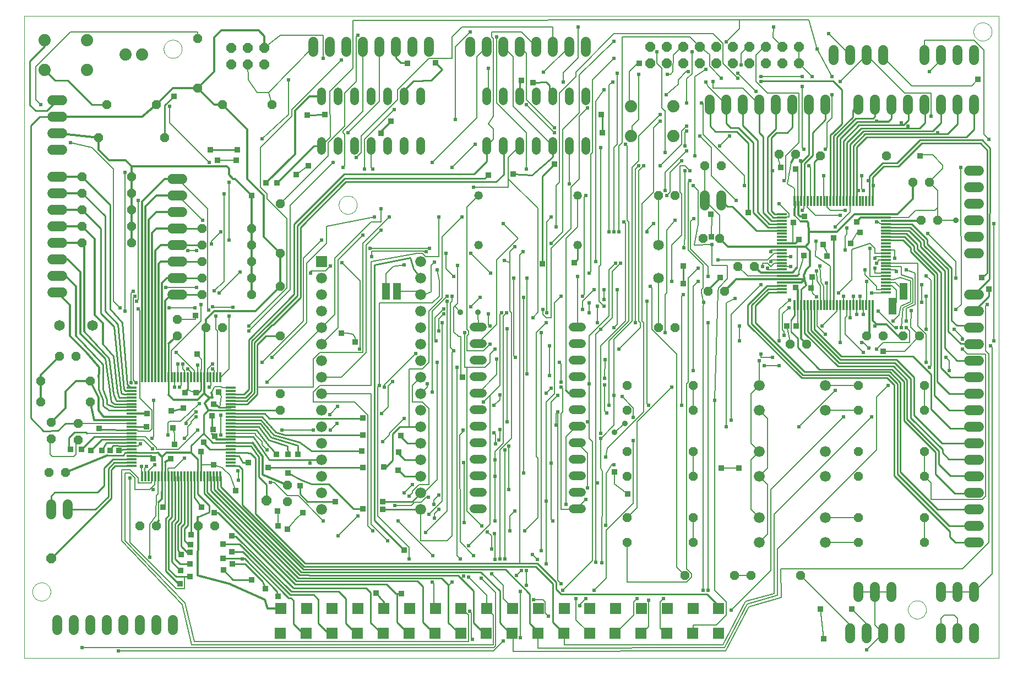
<source format=gtl>
G75*
%MOIN*%
%OFA0B0*%
%FSLAX24Y24*%
%IPPOS*%
%LPD*%
%AMOC8*
5,1,8,0,0,1.08239X$1,22.5*
%
%ADD10C,0.0000*%
%ADD11OC8,0.0600*%
%ADD12C,0.0520*%
%ADD13C,0.0740*%
%ADD14OC8,0.0520*%
%ADD15C,0.0650*%
%ADD16R,0.0118X0.0630*%
%ADD17R,0.0630X0.0118*%
%ADD18C,0.0600*%
%ADD19R,0.0660X0.0660*%
%ADD20C,0.0660*%
%ADD21R,0.0650X0.0650*%
%ADD22C,0.0520*%
%ADD23R,0.0591X0.0118*%
%ADD24R,0.0118X0.0591*%
%ADD25R,0.0591X0.0138*%
%ADD26R,0.0500X0.1000*%
%ADD27C,0.0120*%
%ADD28C,0.0100*%
%ADD29R,0.0356X0.0356*%
%ADD30C,0.0080*%
%ADD31C,0.0240*%
%ADD32C,0.0060*%
%ADD33C,0.0356*%
%ADD34C,0.0070*%
D10*
X000180Y000180D02*
X000180Y039050D01*
X059172Y039050D01*
X059172Y000180D01*
X000180Y000180D01*
X000667Y004193D02*
X000669Y004240D01*
X000675Y004286D01*
X000685Y004332D01*
X000698Y004377D01*
X000716Y004420D01*
X000737Y004462D01*
X000761Y004502D01*
X000789Y004539D01*
X000820Y004574D01*
X000854Y004607D01*
X000890Y004636D01*
X000929Y004662D01*
X000970Y004685D01*
X001013Y004704D01*
X001057Y004720D01*
X001102Y004732D01*
X001148Y004740D01*
X001195Y004744D01*
X001241Y004744D01*
X001288Y004740D01*
X001334Y004732D01*
X001379Y004720D01*
X001423Y004704D01*
X001466Y004685D01*
X001507Y004662D01*
X001546Y004636D01*
X001582Y004607D01*
X001616Y004574D01*
X001647Y004539D01*
X001675Y004502D01*
X001699Y004462D01*
X001720Y004420D01*
X001738Y004377D01*
X001751Y004332D01*
X001761Y004286D01*
X001767Y004240D01*
X001769Y004193D01*
X001767Y004146D01*
X001761Y004100D01*
X001751Y004054D01*
X001738Y004009D01*
X001720Y003966D01*
X001699Y003924D01*
X001675Y003884D01*
X001647Y003847D01*
X001616Y003812D01*
X001582Y003779D01*
X001546Y003750D01*
X001507Y003724D01*
X001466Y003701D01*
X001423Y003682D01*
X001379Y003666D01*
X001334Y003654D01*
X001288Y003646D01*
X001241Y003642D01*
X001195Y003642D01*
X001148Y003646D01*
X001102Y003654D01*
X001057Y003666D01*
X001013Y003682D01*
X000970Y003701D01*
X000929Y003724D01*
X000890Y003750D01*
X000854Y003779D01*
X000820Y003812D01*
X000789Y003847D01*
X000761Y003884D01*
X000737Y003924D01*
X000716Y003966D01*
X000698Y004009D01*
X000685Y004054D01*
X000675Y004100D01*
X000669Y004146D01*
X000667Y004193D01*
X019217Y027605D02*
X019219Y027652D01*
X019225Y027698D01*
X019235Y027744D01*
X019248Y027789D01*
X019266Y027832D01*
X019287Y027874D01*
X019311Y027914D01*
X019339Y027951D01*
X019370Y027986D01*
X019404Y028019D01*
X019440Y028048D01*
X019479Y028074D01*
X019520Y028097D01*
X019563Y028116D01*
X019607Y028132D01*
X019652Y028144D01*
X019698Y028152D01*
X019745Y028156D01*
X019791Y028156D01*
X019838Y028152D01*
X019884Y028144D01*
X019929Y028132D01*
X019973Y028116D01*
X020016Y028097D01*
X020057Y028074D01*
X020096Y028048D01*
X020132Y028019D01*
X020166Y027986D01*
X020197Y027951D01*
X020225Y027914D01*
X020249Y027874D01*
X020270Y027832D01*
X020288Y027789D01*
X020301Y027744D01*
X020311Y027698D01*
X020317Y027652D01*
X020319Y027605D01*
X020317Y027558D01*
X020311Y027512D01*
X020301Y027466D01*
X020288Y027421D01*
X020270Y027378D01*
X020249Y027336D01*
X020225Y027296D01*
X020197Y027259D01*
X020166Y027224D01*
X020132Y027191D01*
X020096Y027162D01*
X020057Y027136D01*
X020016Y027113D01*
X019973Y027094D01*
X019929Y027078D01*
X019884Y027066D01*
X019838Y027058D01*
X019791Y027054D01*
X019745Y027054D01*
X019698Y027058D01*
X019652Y027066D01*
X019607Y027078D01*
X019563Y027094D01*
X019520Y027113D01*
X019479Y027136D01*
X019440Y027162D01*
X019404Y027191D01*
X019370Y027224D01*
X019339Y027259D01*
X019311Y027296D01*
X019287Y027336D01*
X019266Y027378D01*
X019248Y027421D01*
X019235Y027466D01*
X019225Y027512D01*
X019219Y027558D01*
X019217Y027605D01*
X008617Y037043D02*
X008619Y037090D01*
X008625Y037136D01*
X008635Y037182D01*
X008648Y037227D01*
X008666Y037270D01*
X008687Y037312D01*
X008711Y037352D01*
X008739Y037389D01*
X008770Y037424D01*
X008804Y037457D01*
X008840Y037486D01*
X008879Y037512D01*
X008920Y037535D01*
X008963Y037554D01*
X009007Y037570D01*
X009052Y037582D01*
X009098Y037590D01*
X009145Y037594D01*
X009191Y037594D01*
X009238Y037590D01*
X009284Y037582D01*
X009329Y037570D01*
X009373Y037554D01*
X009416Y037535D01*
X009457Y037512D01*
X009496Y037486D01*
X009532Y037457D01*
X009566Y037424D01*
X009597Y037389D01*
X009625Y037352D01*
X009649Y037312D01*
X009670Y037270D01*
X009688Y037227D01*
X009701Y037182D01*
X009711Y037136D01*
X009717Y037090D01*
X009719Y037043D01*
X009717Y036996D01*
X009711Y036950D01*
X009701Y036904D01*
X009688Y036859D01*
X009670Y036816D01*
X009649Y036774D01*
X009625Y036734D01*
X009597Y036697D01*
X009566Y036662D01*
X009532Y036629D01*
X009496Y036600D01*
X009457Y036574D01*
X009416Y036551D01*
X009373Y036532D01*
X009329Y036516D01*
X009284Y036504D01*
X009238Y036496D01*
X009191Y036492D01*
X009145Y036492D01*
X009098Y036496D01*
X009052Y036504D01*
X009007Y036516D01*
X008963Y036532D01*
X008920Y036551D01*
X008879Y036574D01*
X008840Y036600D01*
X008804Y036629D01*
X008770Y036662D01*
X008739Y036697D01*
X008711Y036734D01*
X008687Y036774D01*
X008666Y036816D01*
X008648Y036859D01*
X008635Y036904D01*
X008625Y036950D01*
X008619Y036996D01*
X008617Y037043D01*
X057642Y038093D02*
X057644Y038140D01*
X057650Y038186D01*
X057660Y038232D01*
X057673Y038277D01*
X057691Y038320D01*
X057712Y038362D01*
X057736Y038402D01*
X057764Y038439D01*
X057795Y038474D01*
X057829Y038507D01*
X057865Y038536D01*
X057904Y038562D01*
X057945Y038585D01*
X057988Y038604D01*
X058032Y038620D01*
X058077Y038632D01*
X058123Y038640D01*
X058170Y038644D01*
X058216Y038644D01*
X058263Y038640D01*
X058309Y038632D01*
X058354Y038620D01*
X058398Y038604D01*
X058441Y038585D01*
X058482Y038562D01*
X058521Y038536D01*
X058557Y038507D01*
X058591Y038474D01*
X058622Y038439D01*
X058650Y038402D01*
X058674Y038362D01*
X058695Y038320D01*
X058713Y038277D01*
X058726Y038232D01*
X058736Y038186D01*
X058742Y038140D01*
X058744Y038093D01*
X058742Y038046D01*
X058736Y038000D01*
X058726Y037954D01*
X058713Y037909D01*
X058695Y037866D01*
X058674Y037824D01*
X058650Y037784D01*
X058622Y037747D01*
X058591Y037712D01*
X058557Y037679D01*
X058521Y037650D01*
X058482Y037624D01*
X058441Y037601D01*
X058398Y037582D01*
X058354Y037566D01*
X058309Y037554D01*
X058263Y037546D01*
X058216Y037542D01*
X058170Y037542D01*
X058123Y037546D01*
X058077Y037554D01*
X058032Y037566D01*
X057988Y037582D01*
X057945Y037601D01*
X057904Y037624D01*
X057865Y037650D01*
X057829Y037679D01*
X057795Y037712D01*
X057764Y037747D01*
X057736Y037784D01*
X057712Y037824D01*
X057691Y037866D01*
X057673Y037909D01*
X057660Y037954D01*
X057650Y038000D01*
X057644Y038046D01*
X057642Y038093D01*
X053679Y003105D02*
X053681Y003152D01*
X053687Y003198D01*
X053697Y003244D01*
X053710Y003289D01*
X053728Y003332D01*
X053749Y003374D01*
X053773Y003414D01*
X053801Y003451D01*
X053832Y003486D01*
X053866Y003519D01*
X053902Y003548D01*
X053941Y003574D01*
X053982Y003597D01*
X054025Y003616D01*
X054069Y003632D01*
X054114Y003644D01*
X054160Y003652D01*
X054207Y003656D01*
X054253Y003656D01*
X054300Y003652D01*
X054346Y003644D01*
X054391Y003632D01*
X054435Y003616D01*
X054478Y003597D01*
X054519Y003574D01*
X054558Y003548D01*
X054594Y003519D01*
X054628Y003486D01*
X054659Y003451D01*
X054687Y003414D01*
X054711Y003374D01*
X054732Y003332D01*
X054750Y003289D01*
X054763Y003244D01*
X054773Y003198D01*
X054779Y003152D01*
X054781Y003105D01*
X054779Y003058D01*
X054773Y003012D01*
X054763Y002966D01*
X054750Y002921D01*
X054732Y002878D01*
X054711Y002836D01*
X054687Y002796D01*
X054659Y002759D01*
X054628Y002724D01*
X054594Y002691D01*
X054558Y002662D01*
X054519Y002636D01*
X054478Y002613D01*
X054435Y002594D01*
X054391Y002578D01*
X054346Y002566D01*
X054300Y002558D01*
X054253Y002554D01*
X054207Y002554D01*
X054160Y002558D01*
X054114Y002566D01*
X054069Y002578D01*
X054025Y002594D01*
X053982Y002613D01*
X053941Y002636D01*
X053902Y002662D01*
X053866Y002691D01*
X053832Y002724D01*
X053801Y002759D01*
X053773Y002796D01*
X053749Y002836D01*
X053728Y002878D01*
X053710Y002921D01*
X053697Y002966D01*
X053687Y003012D01*
X053681Y003058D01*
X053679Y003105D01*
D11*
X014843Y009705D03*
X001818Y006205D03*
X012720Y036120D03*
X013720Y036120D03*
X014720Y036120D03*
X014720Y037120D03*
X013720Y037120D03*
X012720Y037120D03*
X038060Y037180D03*
X039060Y037180D03*
X040060Y037180D03*
X041060Y037180D03*
X042060Y037180D03*
X043060Y037180D03*
X044060Y037180D03*
X045060Y037180D03*
X046060Y037180D03*
X047060Y037180D03*
X047060Y036180D03*
X046060Y036180D03*
X045060Y036180D03*
X044060Y036180D03*
X043060Y036180D03*
X042060Y036180D03*
X041060Y036180D03*
X040060Y036180D03*
X039060Y036180D03*
X038060Y036180D03*
D12*
X033680Y028180D03*
X033680Y025180D03*
X027680Y025180D03*
X027680Y028180D03*
D13*
X036900Y031790D03*
X039460Y031790D03*
X039460Y033570D03*
X036900Y033570D03*
X007318Y036693D03*
X006318Y036693D03*
X003960Y037570D03*
X001400Y037570D03*
X001400Y035790D03*
X003960Y035790D03*
D14*
X005180Y033680D03*
X004680Y031680D03*
X003680Y029305D03*
X003680Y028305D03*
X003680Y027305D03*
X003680Y026305D03*
X003680Y025305D03*
X006680Y025305D03*
X006680Y026305D03*
X006680Y027305D03*
X006680Y028305D03*
X006680Y029305D03*
X008680Y031680D03*
X008180Y033680D03*
X010680Y034680D03*
X012180Y033680D03*
X015180Y033680D03*
X010680Y037680D03*
X015680Y027680D03*
X013930Y026180D03*
X013930Y025180D03*
X013930Y024180D03*
X013930Y023180D03*
X013930Y022180D03*
X015680Y022680D03*
X015680Y024680D03*
X010930Y024180D03*
X010930Y025180D03*
X010930Y026180D03*
X010930Y023180D03*
X010930Y022180D03*
X009430Y020680D03*
X009430Y019680D03*
X011180Y020180D03*
X012180Y020180D03*
X015680Y019680D03*
X015680Y016180D03*
X015680Y015180D03*
X016118Y010655D03*
X016118Y009655D03*
X011718Y008180D03*
X010718Y008180D03*
X008180Y008180D03*
X007180Y008180D03*
X002680Y011418D03*
X001680Y011418D03*
X003443Y013380D03*
X001805Y013430D03*
X001805Y014430D03*
X003443Y014380D03*
X004180Y015680D03*
X004180Y016930D03*
X003305Y018430D03*
X002305Y018430D03*
X001180Y016930D03*
X001180Y015680D03*
X036680Y015180D03*
X036680Y016680D03*
X040680Y016680D03*
X040680Y015180D03*
X040680Y012680D03*
X040680Y011180D03*
X040680Y008680D03*
X040680Y007180D03*
X040180Y005180D03*
X043180Y005180D03*
X044180Y005180D03*
X047180Y005180D03*
X050680Y007180D03*
X050680Y008680D03*
X050680Y011180D03*
X050680Y012680D03*
X050680Y015180D03*
X050680Y016680D03*
X047530Y019168D03*
X046530Y019168D03*
X051180Y019680D03*
X052180Y019680D03*
X053380Y019680D03*
X054380Y019680D03*
X054680Y016680D03*
X054680Y015180D03*
X054680Y012680D03*
X054680Y011180D03*
X054680Y008680D03*
X054680Y007180D03*
X036680Y007180D03*
X036680Y008680D03*
X036680Y011180D03*
X036680Y012680D03*
X038580Y020180D03*
X039580Y020180D03*
X041580Y022380D03*
X042580Y022380D03*
X043380Y023880D03*
X044380Y023880D03*
X042280Y025580D03*
X041280Y025580D03*
X039580Y028180D03*
X038580Y028180D03*
X041380Y029980D03*
X042380Y029980D03*
X045880Y030680D03*
X046880Y030680D03*
X048380Y030580D03*
X052380Y030580D03*
X053980Y028980D03*
X054980Y028980D03*
X054480Y026680D03*
X055480Y026680D03*
D15*
X038580Y025180D03*
X038580Y023180D03*
X004305Y020305D03*
X002305Y020305D03*
D16*
X007318Y017172D03*
X007515Y017172D03*
X007711Y017172D03*
X007908Y017172D03*
X008105Y017172D03*
X008302Y017172D03*
X008499Y017172D03*
X008696Y017172D03*
X008893Y017172D03*
X009089Y017172D03*
X009286Y017172D03*
X009483Y017172D03*
X009680Y017172D03*
X009877Y017172D03*
X010074Y017172D03*
X010271Y017172D03*
X010467Y017172D03*
X010664Y017172D03*
X010861Y017172D03*
X011058Y017172D03*
X011255Y017172D03*
X011452Y017172D03*
X011649Y017172D03*
X011845Y017172D03*
X012042Y017172D03*
X012042Y011188D03*
X011845Y011188D03*
X011649Y011188D03*
X011452Y011188D03*
X011255Y011188D03*
X011058Y011188D03*
X010861Y011188D03*
X010664Y011188D03*
X010467Y011188D03*
X010271Y011188D03*
X010074Y011188D03*
X009877Y011188D03*
X009680Y011188D03*
X009483Y011188D03*
X009286Y011188D03*
X009089Y011188D03*
X008893Y011188D03*
X008696Y011188D03*
X008499Y011188D03*
X008302Y011188D03*
X008105Y011188D03*
X007908Y011188D03*
X007711Y011188D03*
X007515Y011188D03*
X007318Y011188D03*
D17*
X006688Y011818D03*
X006688Y012015D03*
X006688Y012211D03*
X006688Y012408D03*
X006688Y012605D03*
X006688Y012802D03*
X006688Y012999D03*
X006688Y013196D03*
X006688Y013393D03*
X006688Y013589D03*
X006688Y013786D03*
X006688Y013983D03*
X006688Y014180D03*
X006688Y014377D03*
X006688Y014574D03*
X006688Y014771D03*
X006688Y014967D03*
X006688Y015164D03*
X006688Y015361D03*
X006688Y015558D03*
X006688Y015755D03*
X006688Y015952D03*
X006688Y016149D03*
X006688Y016345D03*
X006688Y016542D03*
X012672Y016542D03*
X012672Y016345D03*
X012672Y016149D03*
X012672Y015952D03*
X012672Y015755D03*
X012672Y015558D03*
X012672Y015361D03*
X012672Y015164D03*
X012672Y014967D03*
X012672Y014771D03*
X012672Y014574D03*
X012672Y014377D03*
X012672Y014180D03*
X012672Y013983D03*
X012672Y013786D03*
X012672Y013589D03*
X012672Y013393D03*
X012672Y013196D03*
X012672Y012999D03*
X012672Y012802D03*
X012672Y012605D03*
X012672Y012408D03*
X012672Y012211D03*
X012672Y012015D03*
X012672Y011818D03*
D18*
X002805Y009480D02*
X002805Y008880D01*
X001805Y008880D02*
X001805Y009480D01*
X002180Y002480D02*
X002180Y001880D01*
X003180Y001880D02*
X003180Y002480D01*
X004180Y002480D02*
X004180Y001880D01*
X005180Y001880D02*
X005180Y002480D01*
X006180Y002480D02*
X006180Y001880D01*
X007180Y001880D02*
X007180Y002480D01*
X008180Y002480D02*
X008180Y001880D01*
X009180Y001880D02*
X009180Y002480D01*
X009130Y022180D02*
X009730Y022180D01*
X009730Y023180D02*
X009130Y023180D01*
X009130Y024180D02*
X009730Y024180D01*
X009730Y025180D02*
X009130Y025180D01*
X009130Y026180D02*
X009730Y026180D01*
X009730Y027180D02*
X009130Y027180D01*
X009130Y028180D02*
X009730Y028180D01*
X009730Y029180D02*
X009130Y029180D01*
X002480Y029305D02*
X001880Y029305D01*
X001880Y028305D02*
X002480Y028305D01*
X002480Y027305D02*
X001880Y027305D01*
X001880Y026305D02*
X002480Y026305D01*
X002480Y025305D02*
X001880Y025305D01*
X001880Y024305D02*
X002480Y024305D01*
X002480Y023305D02*
X001880Y023305D01*
X001880Y022305D02*
X002480Y022305D01*
X002480Y030930D02*
X001880Y030930D01*
X001880Y031930D02*
X002480Y031930D01*
X002480Y032930D02*
X001880Y032930D01*
X001880Y033930D02*
X002480Y033930D01*
X017680Y036880D02*
X017680Y037480D01*
X018680Y037480D02*
X018680Y036880D01*
X019680Y036880D02*
X019680Y037480D01*
X020680Y037480D02*
X020680Y036880D01*
X021680Y036880D02*
X021680Y037480D01*
X022680Y037480D02*
X022680Y036880D01*
X023680Y036880D02*
X023680Y037480D01*
X024680Y037480D02*
X024680Y036880D01*
X027180Y036880D02*
X027180Y037480D01*
X028180Y037480D02*
X028180Y036880D01*
X029180Y036880D02*
X029180Y037480D01*
X030180Y037480D02*
X030180Y036880D01*
X031180Y036880D02*
X031180Y037480D01*
X032180Y037480D02*
X032180Y036880D01*
X033180Y036880D02*
X033180Y037480D01*
X034180Y037480D02*
X034180Y036880D01*
X041680Y033980D02*
X041680Y033380D01*
X042680Y033380D02*
X042680Y033980D01*
X043680Y033980D02*
X043680Y033380D01*
X044680Y033380D02*
X044680Y033980D01*
X045680Y033980D02*
X045680Y033380D01*
X046680Y033380D02*
X046680Y033980D01*
X047680Y033980D02*
X047680Y033380D01*
X048680Y033380D02*
X048680Y033980D01*
X050680Y033980D02*
X050680Y033380D01*
X051680Y033380D02*
X051680Y033980D01*
X052680Y033980D02*
X052680Y033380D01*
X053680Y033380D02*
X053680Y033980D01*
X054680Y033980D02*
X054680Y033380D01*
X055680Y033380D02*
X055680Y033980D01*
X056680Y033980D02*
X056680Y033380D01*
X057680Y033380D02*
X057680Y033980D01*
X057680Y036380D02*
X057680Y036980D01*
X056680Y036980D02*
X056680Y036380D01*
X055680Y036380D02*
X055680Y036980D01*
X054680Y036980D02*
X054680Y036380D01*
X052180Y036380D02*
X052180Y036980D01*
X051180Y036980D02*
X051180Y036380D01*
X050180Y036380D02*
X050180Y036980D01*
X049180Y036980D02*
X049180Y036380D01*
X057380Y029680D02*
X057980Y029680D01*
X057980Y028680D02*
X057380Y028680D01*
X057380Y027680D02*
X057980Y027680D01*
X057980Y026680D02*
X057380Y026680D01*
X057380Y025680D02*
X057980Y025680D01*
X057980Y024680D02*
X057380Y024680D01*
X057380Y022180D02*
X057980Y022180D01*
X057980Y021180D02*
X057380Y021180D01*
X057380Y020180D02*
X057980Y020180D01*
X057980Y019180D02*
X057380Y019180D01*
X057380Y018180D02*
X057980Y018180D01*
X057980Y017180D02*
X057380Y017180D01*
X057380Y016180D02*
X057980Y016180D01*
X057980Y015180D02*
X057380Y015180D01*
X057380Y014180D02*
X057980Y014180D01*
X057980Y013180D02*
X057380Y013180D01*
X057380Y012180D02*
X057980Y012180D01*
X057980Y011180D02*
X057380Y011180D01*
X057380Y010180D02*
X057980Y010180D01*
X057980Y009180D02*
X057380Y009180D01*
X057380Y008180D02*
X057980Y008180D01*
X057980Y007180D02*
X057380Y007180D01*
X057680Y004480D02*
X057680Y003880D01*
X056680Y003880D02*
X056680Y004480D01*
X055680Y004480D02*
X055680Y003880D01*
X055680Y001980D02*
X055680Y001380D01*
X056680Y001380D02*
X056680Y001980D01*
X057680Y001980D02*
X057680Y001380D01*
X053180Y001380D02*
X053180Y001980D01*
X052180Y001980D02*
X052180Y001380D01*
X051180Y001380D02*
X051180Y001980D01*
X050180Y001980D02*
X050180Y001380D01*
X050680Y003880D02*
X050680Y004480D01*
X051680Y004480D02*
X051680Y003880D01*
X052680Y003880D02*
X052680Y004480D01*
X042380Y027580D02*
X042380Y028180D01*
X041380Y028180D02*
X041380Y027580D01*
D19*
X018180Y024180D03*
D20*
X018180Y023180D03*
X018180Y022180D03*
X018180Y021180D03*
X018180Y020180D03*
X018180Y019180D03*
X018180Y018180D03*
X018180Y017180D03*
X018180Y016180D03*
X018180Y015180D03*
X018180Y014180D03*
X018180Y013180D03*
X018180Y012180D03*
X018180Y011180D03*
X018180Y010180D03*
X018180Y009180D03*
X024180Y009180D03*
X024180Y010180D03*
X024180Y011180D03*
X024180Y012180D03*
X024180Y013180D03*
X024180Y014180D03*
X024180Y015180D03*
X024180Y016180D03*
X024180Y017180D03*
X024180Y018180D03*
X024180Y019180D03*
X024180Y020180D03*
X024180Y021180D03*
X024180Y022180D03*
X024180Y023180D03*
X024180Y024180D03*
X044680Y016680D03*
X044680Y015180D03*
X044680Y012680D03*
X044680Y011180D03*
X044680Y008680D03*
X044680Y007180D03*
X048680Y007180D03*
X048680Y008680D03*
X048680Y011180D03*
X048680Y012680D03*
X048680Y015180D03*
X048680Y016680D03*
D21*
X042220Y003190D03*
X040660Y003190D03*
X039100Y003190D03*
X037540Y003190D03*
X035980Y003190D03*
X034420Y003190D03*
X032860Y003190D03*
X031300Y003190D03*
X029740Y003190D03*
X028180Y003190D03*
X026620Y003190D03*
X025060Y003190D03*
X023500Y003190D03*
X021940Y003190D03*
X020380Y003190D03*
X018820Y003190D03*
X017260Y003190D03*
X015700Y003190D03*
X015670Y001670D03*
X017230Y001670D03*
X018790Y001670D03*
X020350Y001670D03*
X021910Y001670D03*
X023470Y001670D03*
X025030Y001670D03*
X026590Y001670D03*
X028150Y001670D03*
X029710Y001670D03*
X031270Y001670D03*
X032830Y001670D03*
X034390Y001670D03*
X035950Y001670D03*
X037510Y001670D03*
X039070Y001670D03*
X040630Y001670D03*
X042190Y001670D03*
D22*
X033915Y009218D02*
X033395Y009218D01*
X033395Y010218D02*
X033915Y010218D01*
X033915Y011218D02*
X033395Y011218D01*
X033395Y012218D02*
X033915Y012218D01*
X033915Y013218D02*
X033395Y013218D01*
X033395Y014218D02*
X033915Y014218D01*
X033915Y015218D02*
X033395Y015218D01*
X033395Y016218D02*
X033915Y016218D01*
X033915Y017218D02*
X033395Y017218D01*
X033395Y018218D02*
X033915Y018218D01*
X033915Y019218D02*
X033395Y019218D01*
X033395Y020218D02*
X033915Y020218D01*
X027915Y020218D02*
X027395Y020218D01*
X027395Y019218D02*
X027915Y019218D01*
X027915Y018218D02*
X027395Y018218D01*
X027395Y017218D02*
X027915Y017218D01*
X027915Y016218D02*
X027395Y016218D01*
X027395Y015218D02*
X027915Y015218D01*
X027915Y014218D02*
X027395Y014218D01*
X027395Y013218D02*
X027915Y013218D01*
X027915Y012218D02*
X027395Y012218D01*
X027395Y011218D02*
X027915Y011218D01*
X027915Y010218D02*
X027395Y010218D01*
X027395Y009218D02*
X027915Y009218D01*
X028180Y030920D02*
X028180Y031440D01*
X029180Y031440D02*
X029180Y030920D01*
X030180Y030920D02*
X030180Y031440D01*
X031180Y031440D02*
X031180Y030920D01*
X032180Y030920D02*
X032180Y031440D01*
X033180Y031440D02*
X033180Y030920D01*
X034180Y030920D02*
X034180Y031440D01*
X034180Y033920D02*
X034180Y034440D01*
X033180Y034440D02*
X033180Y033920D01*
X032180Y033920D02*
X032180Y034440D01*
X031180Y034440D02*
X031180Y033920D01*
X030180Y033920D02*
X030180Y034440D01*
X029180Y034440D02*
X029180Y033920D01*
X028180Y033920D02*
X028180Y034440D01*
X024180Y034440D02*
X024180Y033920D01*
X023180Y033920D02*
X023180Y034440D01*
X022180Y034440D02*
X022180Y033920D01*
X021180Y033920D02*
X021180Y034440D01*
X020180Y034440D02*
X020180Y033920D01*
X019180Y033920D02*
X019180Y034440D01*
X018180Y034440D02*
X018180Y033920D01*
X018180Y031440D02*
X018180Y030920D01*
X019180Y030920D02*
X019180Y031440D01*
X020180Y031440D02*
X020180Y030920D01*
X021180Y030920D02*
X021180Y031440D01*
X022180Y031440D02*
X022180Y030920D01*
X023180Y030920D02*
X023180Y031440D01*
X024180Y031440D02*
X024180Y030920D01*
D23*
X046030Y027042D03*
X046030Y026845D03*
X046030Y026649D03*
X046030Y026452D03*
X046030Y026255D03*
X046030Y026058D03*
X046030Y025861D03*
X046030Y025664D03*
X046030Y025467D03*
X046030Y025271D03*
X046030Y025074D03*
X046030Y024877D03*
X046030Y024680D03*
X046030Y024483D03*
X046030Y024286D03*
X046030Y024089D03*
X046030Y023893D03*
X046030Y023696D03*
X046030Y023499D03*
X046030Y023302D03*
X046030Y023105D03*
X046030Y022908D03*
X046030Y022711D03*
X046030Y022515D03*
X046030Y022318D03*
X052330Y022318D03*
X052330Y022515D03*
X052330Y022711D03*
X052330Y022908D03*
X052330Y023105D03*
X052330Y023302D03*
X052330Y023499D03*
X052330Y023696D03*
X052330Y023893D03*
X052330Y024089D03*
X052330Y024483D03*
X052330Y024680D03*
X052330Y024877D03*
X052330Y025074D03*
X052330Y025271D03*
X052330Y025467D03*
X052330Y025664D03*
X052330Y025861D03*
X052330Y026058D03*
X052330Y026452D03*
X052330Y026649D03*
X052330Y026845D03*
X052330Y027042D03*
D24*
X051542Y027830D03*
X051345Y027830D03*
X051149Y027830D03*
X050952Y027830D03*
X050755Y027830D03*
X050558Y027830D03*
X050361Y027830D03*
X050164Y027830D03*
X049967Y027830D03*
X049771Y027830D03*
X049574Y027830D03*
X049377Y027830D03*
X049180Y027830D03*
X048983Y027830D03*
X048786Y027830D03*
X048589Y027830D03*
X048393Y027830D03*
X048196Y027830D03*
X047999Y027830D03*
X047802Y027830D03*
X047605Y027830D03*
X047408Y027830D03*
X047211Y027830D03*
X047015Y027830D03*
X046818Y027830D03*
X046818Y021530D03*
X047015Y021530D03*
X047211Y021530D03*
X047408Y021530D03*
X047605Y021530D03*
X047802Y021530D03*
X047999Y021530D03*
X048196Y021530D03*
X048393Y021530D03*
X048589Y021530D03*
X048786Y021530D03*
X048983Y021530D03*
X049180Y021530D03*
X049377Y021530D03*
X049574Y021530D03*
X049771Y021530D03*
X049967Y021530D03*
X050164Y021530D03*
X050361Y021530D03*
X050558Y021530D03*
X050755Y021530D03*
X050952Y021530D03*
X051149Y021530D03*
X051345Y021530D03*
X051542Y021530D03*
D25*
X052330Y024286D03*
X052330Y026255D03*
D26*
X053420Y022380D03*
X052740Y021470D03*
X022730Y022370D03*
X022070Y022380D03*
D27*
X015680Y022680D02*
X014180Y021180D01*
X011680Y021180D01*
X011180Y020680D01*
X011180Y020180D01*
X011058Y020058D01*
X009430Y019680D02*
X008893Y019217D01*
X008893Y017172D02*
X008905Y017160D01*
X008696Y017172D02*
X008696Y021821D01*
X009055Y022180D01*
X009430Y022180D01*
X009430Y023180D02*
X008805Y023180D01*
X008499Y022874D01*
X008499Y017172D01*
X008302Y017172D02*
X008302Y024052D01*
X008430Y024180D01*
X009430Y024180D01*
X009430Y025180D02*
X008430Y025180D01*
X008105Y024855D01*
X008105Y017172D01*
X007908Y017172D02*
X007908Y025908D01*
X008180Y026180D01*
X009430Y026180D01*
X009430Y027180D02*
X008180Y027180D01*
X007711Y026711D01*
X007711Y017172D01*
X007515Y017172D02*
X007515Y027515D01*
X008180Y028180D01*
X009430Y028180D01*
X009430Y029180D02*
X008680Y029180D01*
X007318Y027818D01*
X007318Y017172D01*
X008905Y016105D02*
X009205Y015805D01*
X010655Y015805D01*
X011058Y016208D01*
X011055Y016180D02*
X011380Y015955D01*
X011405Y015955D01*
X011105Y015605D01*
X011305Y015180D01*
X011496Y015164D01*
X011630Y015555D02*
X011855Y015455D01*
X011568Y015955D02*
X011405Y015955D01*
X011568Y015955D02*
X011505Y016243D01*
X011055Y016180D02*
X011055Y017169D01*
X011058Y017172D01*
X012672Y015361D02*
X012666Y015355D01*
X011543Y013755D02*
X011693Y013605D01*
X011793Y013393D01*
X012672Y013393D01*
X012672Y013393D01*
X014014Y013196D02*
X014318Y012768D01*
X014605Y012368D01*
X014593Y011268D01*
X016118Y010655D01*
X010861Y011188D02*
X010855Y011194D01*
X010664Y012221D02*
X010280Y012605D01*
X008780Y012605D01*
X008505Y012330D01*
X008505Y012355D01*
X008255Y012605D01*
X007980Y012255D02*
X007830Y012405D01*
X008705Y012055D02*
X009030Y012255D01*
X008705Y011197D02*
X008696Y011188D01*
X008505Y011194D02*
X008499Y011188D01*
X008499Y010236D02*
X008499Y009811D01*
X008305Y009618D01*
X008305Y008518D02*
X008180Y008180D01*
X010718Y008180D02*
X010668Y008693D01*
X010664Y008708D01*
X010718Y008180D02*
X010680Y005180D01*
X012555Y004680D01*
X014730Y003718D01*
X014918Y003180D01*
X015680Y003180D01*
X015690Y003190D01*
X015700Y003190D01*
X005217Y012430D02*
X002680Y011418D01*
X003443Y014380D02*
X003668Y014380D01*
X004411Y014574D02*
X006688Y014574D01*
X006688Y014771D02*
X004964Y014771D01*
X004680Y015180D01*
X004680Y015930D01*
X004180Y016930D01*
X003305Y016930D01*
X002680Y016305D01*
X002680Y015305D01*
X001805Y014430D01*
X001180Y015680D02*
X001180Y016930D01*
X001180Y017305D01*
X002305Y018430D01*
X002930Y019680D02*
X003930Y018680D01*
X004493Y018005D01*
X004693Y017780D01*
X004693Y017505D01*
X004680Y017180D01*
X004180Y015680D02*
X004411Y014574D01*
X006688Y014967D02*
X006688Y014968D01*
X007618Y014968D01*
X006980Y012605D02*
X006688Y012605D01*
X006688Y012408D02*
X006691Y012405D01*
X006980Y012605D02*
X006980Y012605D01*
X015664Y015164D02*
X015680Y015180D01*
X013930Y022180D02*
X013930Y023180D01*
X013930Y024180D01*
X013930Y025180D01*
X013930Y026180D01*
X013930Y028180D01*
X012930Y029180D01*
X012805Y029180D01*
X012555Y029430D01*
X012555Y029805D01*
X012430Y029930D01*
X006680Y029930D01*
X006305Y030305D01*
X005305Y030305D01*
X004680Y030930D01*
X004680Y031680D01*
X002180Y031930D01*
X002180Y032930D02*
X002205Y032930D01*
X007305Y032930D01*
X008180Y033680D01*
X009180Y034680D01*
X010680Y034680D01*
X011660Y035660D01*
X011660Y037740D01*
X012100Y038180D01*
X014360Y038180D01*
X014720Y037820D01*
X014720Y037120D01*
X011680Y033680D02*
X010680Y034680D01*
X011680Y033680D02*
X012180Y033680D01*
X013680Y032180D01*
X013680Y029180D01*
X014680Y028180D01*
X014680Y025680D01*
X015680Y024680D01*
X015680Y022680D01*
X006680Y025305D02*
X006680Y026305D01*
X006680Y027305D01*
X006680Y028305D01*
X006680Y029305D01*
X006680Y029930D01*
X003680Y029305D02*
X002180Y029305D01*
X002180Y028305D02*
X003680Y028305D01*
X003680Y027305D02*
X002180Y027305D01*
X002180Y026305D02*
X003680Y026305D01*
X004430Y025555D01*
X004430Y020930D01*
X004930Y020430D01*
X004930Y019180D01*
X003805Y019930D02*
X003805Y025180D01*
X003680Y025305D01*
X002180Y025305D01*
X002180Y024305D02*
X002805Y024305D01*
X003555Y023555D01*
X003555Y019805D01*
X003305Y019680D02*
X003305Y022680D01*
X002680Y023305D01*
X002180Y023305D01*
X002180Y022305D02*
X002930Y021555D01*
X002930Y019680D01*
X014805Y028930D02*
X016555Y030680D01*
X016555Y033305D01*
X017430Y034180D01*
X018180Y034180D01*
X042280Y025580D02*
X042786Y025074D01*
X046030Y025074D01*
X046037Y025080D01*
X046980Y025080D01*
X047455Y025080D01*
X047680Y025305D01*
X047680Y025980D01*
X049355Y025980D01*
X050430Y027055D01*
X052317Y027055D01*
X052330Y027042D01*
X053042Y027042D01*
X053980Y027980D01*
X053980Y028980D01*
X052330Y026845D02*
X052314Y026830D01*
X050805Y026830D01*
X050555Y026580D01*
X052330Y026649D02*
X054211Y026649D01*
X054480Y026680D01*
X047680Y025980D02*
X047643Y026505D01*
X047555Y026593D01*
X047180Y026593D01*
X047130Y026905D02*
X047405Y026905D01*
X047130Y026905D02*
X047030Y027005D01*
X047030Y027814D01*
X047015Y027830D01*
X046830Y027817D02*
X046818Y026968D01*
X046830Y027817D02*
X046818Y027830D01*
X047080Y025505D02*
X046855Y025280D01*
X046040Y025280D01*
X046030Y025271D01*
X047455Y025080D02*
X047730Y024805D01*
X047730Y023905D01*
X047505Y023680D01*
X047368Y023343D01*
X047405Y023105D01*
X047233Y022908D01*
X046030Y022908D01*
X046030Y023105D02*
X046455Y023105D01*
X047405Y023105D01*
X047505Y022755D01*
X047005Y022480D02*
X046880Y022605D01*
X047005Y022480D02*
X047005Y021540D01*
X047015Y021530D01*
X047211Y021530D02*
X047211Y019511D01*
X047530Y019168D01*
X051180Y019680D02*
X051345Y019845D01*
X051345Y021530D01*
X051542Y021530D02*
X051542Y020618D01*
X051780Y020380D01*
X052380Y020380D01*
X053080Y019680D01*
X053380Y019680D01*
X047080Y023405D02*
X046980Y023305D01*
X046033Y023305D01*
X046030Y023302D01*
X046030Y023105D02*
X043255Y023105D01*
X042580Y022380D01*
X044380Y023880D02*
X044761Y023499D01*
X046030Y023499D01*
X046036Y023505D01*
X046705Y023505D01*
X046930Y023805D01*
X046605Y030180D02*
X046880Y030680D01*
X033655Y016218D02*
X033143Y016218D01*
X032980Y016380D01*
D28*
X024180Y014180D02*
X023480Y014180D01*
X022918Y014180D01*
X022468Y013730D01*
X022468Y012143D01*
X022055Y011730D01*
X021930Y011730D01*
X022793Y011543D02*
X022830Y011543D01*
X023193Y011180D01*
X024180Y011180D01*
X024180Y012180D02*
X023193Y012180D01*
X022843Y012530D01*
X022843Y012655D01*
X023368Y013180D02*
X024180Y013180D01*
X023368Y013180D02*
X022980Y013568D01*
X022980Y013630D01*
X020680Y013680D02*
X020555Y013668D01*
X017318Y013680D01*
X015980Y013680D01*
X015405Y013843D01*
X014577Y014771D01*
X012672Y014771D01*
X012672Y014967D02*
X014730Y014967D01*
X015018Y014680D01*
X020643Y014680D01*
X020655Y014693D01*
X020618Y012718D02*
X020568Y012705D01*
X017568Y012693D01*
X016843Y013230D01*
X015268Y013680D01*
X014511Y014574D01*
X012672Y014574D01*
X012672Y014377D02*
X014458Y014364D01*
X015118Y013530D01*
X016730Y013043D01*
X016730Y012518D01*
X016130Y012505D02*
X016118Y013018D01*
X014968Y013368D01*
X014380Y014168D01*
X012672Y014180D01*
X012672Y013983D02*
X014227Y013983D01*
X014905Y013105D01*
X015230Y012743D01*
X015430Y012493D01*
X014993Y012180D02*
X017480Y012180D01*
X018180Y012180D01*
X018605Y010705D02*
X017568Y010705D01*
X016980Y010955D01*
X016130Y011380D01*
X016855Y010593D02*
X016855Y010118D01*
X017318Y009655D01*
X019018Y009655D01*
X018605Y010705D02*
X020118Y009193D01*
X020668Y009193D01*
X021355Y008505D02*
X021385Y023968D01*
X023538Y024400D01*
X023740Y023740D01*
X024180Y023180D01*
X019630Y028993D02*
X016893Y026255D01*
X016893Y021993D01*
X015230Y020330D01*
X015168Y020330D01*
X014118Y019280D01*
X014118Y016243D01*
X013630Y015755D01*
X012672Y015755D01*
X012672Y015952D02*
X013564Y015952D01*
X013930Y016318D01*
X013930Y019368D01*
X014980Y020380D01*
X016693Y022093D01*
X016693Y026343D01*
X019555Y029205D01*
X028043Y029205D01*
X028255Y029418D01*
X028730Y028993D02*
X029193Y029455D01*
X029193Y031168D01*
X029180Y031180D01*
X028180Y031180D02*
X028180Y030243D01*
X027418Y029480D01*
X019530Y029480D01*
X016505Y026455D01*
X016505Y022193D01*
X013755Y019443D01*
X013755Y016430D01*
X013474Y016149D01*
X012672Y016149D01*
X012672Y015558D02*
X013683Y015558D01*
X014280Y016155D01*
X014280Y016580D01*
X014280Y019155D01*
X014805Y019680D01*
X015680Y019680D01*
X011058Y020058D02*
X011058Y017172D01*
X011058Y016208D01*
X010855Y016405D02*
X010705Y016255D01*
X010555Y016255D01*
X010855Y016405D02*
X010855Y017166D01*
X010861Y017172D01*
X010080Y017166D02*
X010080Y016468D01*
X009930Y016330D01*
X009918Y016230D01*
X010080Y017166D02*
X010074Y017172D01*
X008905Y017160D02*
X008905Y016105D01*
X009155Y015155D02*
X009818Y015318D01*
X009155Y015155D02*
X009080Y015130D01*
X007555Y014180D02*
X006688Y014180D01*
X006688Y013983D02*
X004752Y014021D01*
X004693Y014080D01*
X004414Y013589D02*
X003630Y012805D01*
X004218Y012755D02*
X004855Y013393D01*
X006688Y013393D01*
X006688Y013589D02*
X004414Y013589D01*
X003986Y013786D02*
X003918Y013855D01*
X003205Y013855D01*
X002855Y013505D01*
X002855Y012918D01*
X002955Y012818D01*
X002193Y013930D02*
X001330Y013918D01*
X000555Y014693D01*
X000555Y032393D01*
X001118Y032955D01*
X001805Y032943D01*
X002205Y032930D01*
X001543Y033293D02*
X002180Y033930D01*
X001543Y033293D02*
X000855Y033293D01*
X000505Y033643D01*
X000505Y036305D01*
X001400Y037200D01*
X001400Y037570D01*
X001400Y035790D02*
X002048Y035143D01*
X002818Y035143D01*
X004280Y033680D01*
X005180Y033680D01*
X008680Y033630D02*
X008680Y031680D01*
X008680Y033630D02*
X009230Y034180D01*
X011443Y030943D02*
X011780Y030955D01*
X013068Y030943D01*
X015468Y028943D02*
X017705Y031180D01*
X018180Y031180D01*
X018368Y033068D02*
X017318Y033043D01*
X021768Y032068D02*
X022380Y032680D01*
X021768Y032068D02*
X021768Y031930D01*
X023180Y034180D02*
X023180Y034555D01*
X023743Y035118D01*
X024280Y035118D01*
X024293Y035130D01*
X024805Y035130D01*
X025468Y035793D01*
X025068Y036193D01*
X025068Y036205D01*
X023380Y036180D02*
X023368Y036193D01*
X022980Y036193D01*
X022680Y036493D01*
X022680Y037180D01*
X030180Y034943D02*
X030180Y034180D01*
X030180Y034943D02*
X030255Y035130D01*
X030980Y035018D02*
X031768Y035055D01*
X031980Y034843D01*
X031980Y034380D01*
X032180Y034180D01*
X035093Y033068D02*
X035155Y033005D01*
X035155Y031968D01*
X032180Y031180D02*
X032180Y030505D01*
X030905Y029418D01*
X029755Y029480D01*
X028730Y028993D02*
X019630Y028993D01*
X010930Y026180D02*
X009430Y026180D01*
X009430Y025180D02*
X010930Y025180D01*
X010930Y024180D02*
X009430Y024180D01*
X009430Y023180D02*
X010930Y023180D01*
X010930Y022180D02*
X009430Y022180D01*
X006093Y020480D02*
X006405Y016743D01*
X006605Y016542D01*
X006688Y016542D01*
X006688Y016345D02*
X006290Y016345D01*
X006193Y016443D01*
X005830Y020380D01*
X005055Y021180D01*
X005055Y026930D01*
X003680Y028305D01*
X003680Y027305D02*
X004805Y026180D01*
X004805Y021055D01*
X005618Y020255D01*
X005805Y018230D01*
X006030Y016218D01*
X006211Y016149D01*
X006688Y016149D01*
X006688Y015952D02*
X005908Y015952D01*
X005805Y016305D01*
X005555Y018430D01*
X004930Y019180D01*
X005055Y018305D02*
X005430Y015680D01*
X005677Y015558D01*
X006688Y015558D01*
X006688Y015755D02*
X005730Y015755D01*
X005555Y016180D01*
X005305Y018305D01*
X003805Y019930D01*
X003555Y019805D02*
X005055Y018305D01*
X004930Y017930D02*
X004930Y016430D01*
X005180Y015805D01*
X005180Y015555D01*
X005624Y015361D01*
X006688Y015361D01*
X006688Y015164D02*
X005321Y015164D01*
X004930Y015430D01*
X004930Y015805D01*
X004680Y016430D01*
X004680Y017180D01*
X004930Y017930D02*
X003305Y019680D01*
X005368Y021318D02*
X006093Y020480D01*
X005368Y021318D02*
X005368Y027618D01*
X003680Y029305D01*
X008893Y019217D02*
X008893Y017172D01*
X011030Y014905D02*
X011305Y015180D01*
X011496Y015164D02*
X012672Y015164D01*
X015664Y015164D01*
X014046Y013589D02*
X014993Y012180D01*
X014930Y011693D02*
X020655Y011693D01*
X021880Y009655D02*
X023655Y009655D01*
X024180Y010180D01*
X024180Y009180D02*
X021880Y009180D01*
X021355Y008505D02*
X023155Y006705D01*
X023968Y004830D02*
X024305Y004493D01*
X024305Y002330D01*
X024965Y001670D01*
X025030Y001670D01*
X025843Y002318D02*
X026490Y001670D01*
X026590Y001670D01*
X025843Y002318D02*
X025843Y004605D01*
X025430Y005018D01*
X016755Y005018D01*
X011455Y010318D01*
X011455Y011185D01*
X011452Y011188D01*
X011649Y011188D02*
X011655Y011181D01*
X011655Y010380D01*
X016843Y005193D01*
X017393Y005193D01*
X017405Y005180D01*
X026443Y005180D01*
X026636Y004986D01*
X027380Y004243D01*
X027380Y002305D01*
X028015Y001670D01*
X028150Y001670D01*
X028955Y002293D02*
X029578Y001670D01*
X029710Y001670D01*
X030780Y002268D02*
X031270Y001778D01*
X031270Y001670D01*
X030780Y002268D02*
X030780Y004043D01*
X029293Y005530D01*
X017055Y005530D01*
X012055Y010530D01*
X012055Y011175D01*
X012042Y011188D01*
X011855Y011178D02*
X011855Y010443D01*
X016930Y005368D01*
X027818Y005368D01*
X028955Y004230D01*
X028955Y002293D01*
X032168Y002330D02*
X032168Y004680D01*
X031130Y005718D01*
X017105Y005718D01*
X013368Y009455D01*
X013368Y011618D01*
X013168Y011818D01*
X012672Y011818D01*
X012672Y011818D01*
X012675Y012405D02*
X013155Y012405D01*
X013405Y011993D01*
X013730Y011993D01*
X014168Y012280D02*
X014155Y008918D01*
X017180Y005893D01*
X030180Y005893D01*
X031243Y005893D01*
X032355Y004780D01*
X032355Y004355D01*
X032668Y004043D01*
X041518Y004043D01*
X042220Y003340D01*
X042220Y003190D01*
X032830Y001670D02*
X032828Y001670D01*
X032168Y002330D01*
X023968Y004830D02*
X016630Y004830D01*
X011243Y010218D01*
X011243Y011176D01*
X011255Y011188D01*
X011058Y011188D02*
X011055Y011185D01*
X011055Y010143D01*
X016555Y004643D01*
X022118Y004643D01*
X022680Y004080D01*
X023005Y004080D01*
X022730Y004030D02*
X022730Y002330D01*
X023390Y001670D01*
X023470Y001670D01*
X021910Y001670D02*
X021790Y001670D01*
X021143Y002318D01*
X021143Y004130D01*
X020868Y004405D01*
X016480Y004405D01*
X016455Y004430D01*
X016430Y004430D01*
X011893Y008968D01*
X011680Y008968D01*
X011380Y009018D02*
X011380Y009405D01*
X010664Y010121D01*
X010664Y011188D01*
X010664Y012221D01*
X010855Y011880D02*
X010855Y012680D01*
X011043Y013180D02*
X011043Y013230D01*
X011043Y013180D02*
X011418Y012805D01*
X012669Y012805D01*
X012672Y012802D01*
X012679Y012993D02*
X013893Y012993D01*
X014368Y012355D01*
X014368Y011143D01*
X014843Y010680D01*
X014843Y009705D01*
X012968Y007555D02*
X016330Y004193D01*
X017168Y004193D01*
X017180Y004205D01*
X019205Y004205D01*
X019643Y003768D01*
X019643Y002268D01*
X020240Y001670D01*
X020350Y001670D01*
X018790Y001670D02*
X018578Y001670D01*
X017980Y002268D01*
X017980Y003718D01*
X017693Y004005D01*
X016255Y004005D01*
X013193Y007068D01*
X012193Y007068D01*
X012743Y006593D02*
X013393Y006593D01*
X016180Y003805D01*
X016318Y003805D01*
X016455Y003668D01*
X016455Y002255D01*
X017040Y001670D01*
X017230Y001670D01*
X015530Y003918D02*
X015468Y004218D01*
X013493Y006193D01*
X013380Y006193D01*
X012218Y006193D01*
X012768Y005868D02*
X013543Y005868D01*
X014618Y004805D01*
X014768Y004380D01*
X013943Y004905D02*
X012818Y004905D01*
X012230Y005493D01*
X010193Y005868D02*
X009593Y005868D01*
X009293Y006168D01*
X009293Y008305D01*
X009493Y008505D01*
X009493Y011179D01*
X009483Y011188D01*
X009293Y011182D02*
X009293Y008580D01*
X009105Y008393D01*
X009105Y005993D01*
X009618Y005480D01*
X009643Y005480D01*
X009880Y005093D02*
X009368Y005093D01*
X008918Y005543D01*
X008918Y008518D01*
X009093Y008693D01*
X009093Y011185D01*
X009089Y011188D01*
X008893Y011188D02*
X008893Y011188D01*
X008893Y008780D01*
X008743Y008630D01*
X008743Y005455D01*
X009518Y004680D01*
X009605Y004680D01*
X009880Y005093D02*
X010193Y005093D01*
X009655Y006443D02*
X009618Y006518D01*
X009480Y006730D01*
X009480Y008193D01*
X009680Y008393D01*
X009680Y011188D01*
X009877Y011188D02*
X009880Y011185D01*
X009880Y008318D01*
X009668Y008105D01*
X009668Y006955D01*
X010043Y006580D01*
X010218Y006580D01*
X010230Y007055D02*
X010093Y007055D01*
X009855Y007293D01*
X009855Y007993D01*
X010080Y008218D01*
X010080Y011182D01*
X010074Y011188D01*
X010268Y011185D02*
X010268Y007655D01*
X010664Y008708D02*
X011380Y009018D01*
X011361Y009405D02*
X011380Y009405D01*
X010918Y009293D02*
X010880Y009355D01*
X010468Y009918D01*
X010468Y011188D01*
X010467Y011188D01*
X010271Y011188D02*
X010268Y011185D01*
X010855Y011194D02*
X010855Y011880D01*
X010280Y012605D02*
X010280Y013030D01*
X011030Y013780D01*
X011030Y014905D01*
X011543Y014855D02*
X011543Y014068D01*
X011618Y013993D01*
X011030Y013780D02*
X011555Y013205D01*
X012663Y013205D01*
X012672Y013196D01*
X014014Y013196D01*
X014046Y013589D02*
X012672Y013589D01*
X012672Y012999D02*
X012679Y012993D01*
X012672Y012605D02*
X012685Y012593D01*
X013718Y012593D01*
X013730Y012580D01*
X013880Y012580D01*
X014168Y012280D01*
X012675Y012405D02*
X012672Y012408D01*
X011845Y011188D02*
X011855Y011178D01*
X009293Y011182D02*
X009286Y011188D01*
X008705Y011197D02*
X008705Y012055D01*
X008505Y012330D02*
X008505Y011194D01*
X008499Y011188D02*
X008499Y010236D01*
X006688Y011818D02*
X006230Y011818D01*
X005655Y011805D01*
X005455Y011618D01*
X005443Y011543D01*
X005443Y009855D01*
X001818Y006205D01*
X001805Y009180D02*
X001805Y009980D01*
X002018Y010193D01*
X004593Y010193D01*
X005018Y010618D01*
X005018Y011680D01*
X005549Y012211D01*
X006688Y012211D01*
X006691Y012405D02*
X007830Y012405D01*
X008255Y012605D02*
X006980Y012605D01*
X006688Y012605D02*
X006280Y012605D01*
X006168Y012430D01*
X005217Y012430D01*
X005380Y012730D02*
X005530Y013030D01*
X006180Y013018D01*
X006286Y012999D01*
X006688Y012999D01*
X006688Y013196D02*
X005146Y013196D01*
X004855Y012730D01*
X005918Y012730D02*
X006177Y012802D01*
X006688Y012802D01*
X006688Y012015D02*
X005615Y012015D01*
X005255Y011655D01*
X005255Y009955D01*
X004480Y009180D01*
X002805Y009180D01*
X002193Y013930D02*
X002655Y014368D01*
X003668Y014380D01*
X011855Y015455D02*
X011868Y015443D01*
X011955Y015355D01*
X011968Y015355D01*
X012018Y015355D01*
X012666Y015355D01*
X012743Y007568D02*
X012755Y007555D01*
X012968Y007555D01*
X021480Y004093D02*
X021940Y003583D01*
X021940Y003190D01*
X022730Y004030D02*
X022680Y004080D01*
X046618Y019892D02*
X047018Y019555D01*
X047018Y018968D01*
X048305Y017655D01*
X052693Y017655D01*
X053430Y016918D01*
X053430Y014543D01*
X055330Y012643D01*
X055330Y011318D01*
X056493Y010155D01*
X057655Y010155D01*
X057680Y010180D01*
X057680Y009180D02*
X055468Y009180D01*
X053218Y011430D01*
X053218Y016855D01*
X052580Y017493D01*
X047418Y017493D01*
X044430Y020480D01*
X044430Y021493D01*
X045243Y022318D01*
X045493Y022318D01*
X045580Y022318D01*
X046030Y022318D01*
X046030Y022515D02*
X045190Y022515D01*
X044205Y021530D01*
X044205Y020418D01*
X047318Y017305D01*
X052493Y017305D01*
X053030Y016768D01*
X053030Y011305D01*
X056155Y008180D01*
X057680Y008180D01*
X057680Y007180D02*
X057668Y007168D01*
X056543Y007168D01*
X056205Y007505D01*
X056205Y007843D01*
X052830Y011218D01*
X052830Y016693D01*
X052393Y017130D01*
X047230Y017130D01*
X043955Y020380D01*
X043955Y021543D01*
X045124Y022711D01*
X046030Y022711D01*
X047211Y022511D02*
X047211Y021530D01*
X047408Y021530D02*
X047408Y019852D01*
X049430Y017830D01*
X052793Y017830D01*
X053618Y017005D01*
X053618Y014630D01*
X055543Y012705D01*
X055543Y011893D01*
X056243Y011193D01*
X057668Y011193D01*
X057680Y011180D01*
X057680Y012180D02*
X057643Y012218D01*
X056130Y012218D01*
X055755Y012593D01*
X055755Y012805D01*
X053843Y014718D01*
X053843Y017068D01*
X052868Y018043D01*
X049518Y018043D01*
X047605Y019955D01*
X047605Y021530D01*
X047802Y021530D02*
X047802Y020008D01*
X049580Y018230D01*
X052968Y018230D01*
X054030Y017168D01*
X054030Y014880D01*
X055730Y013180D01*
X057680Y013180D01*
X057568Y014068D02*
X057680Y014180D01*
X057568Y014068D02*
X056230Y014068D01*
X055068Y015230D01*
X055068Y017330D01*
X053968Y018430D01*
X049643Y018430D01*
X047999Y020074D01*
X047999Y021530D01*
X049180Y021530D02*
X049180Y025580D01*
X049155Y025605D01*
X049180Y027830D02*
X049180Y031768D01*
X050330Y032918D01*
X050330Y033330D01*
X050680Y033680D01*
X050505Y032843D02*
X051555Y032843D01*
X051680Y032968D01*
X051680Y033680D01*
X052680Y033680D02*
X052680Y032843D01*
X052499Y032661D01*
X052468Y032630D01*
X050605Y032630D01*
X049574Y031599D01*
X049574Y027830D01*
X049771Y027830D02*
X049771Y031483D01*
X050718Y032430D01*
X053380Y032430D01*
X053405Y032455D01*
X053705Y032755D01*
X053705Y033655D01*
X053680Y033680D01*
X054680Y033680D02*
X054693Y033668D01*
X054693Y032568D01*
X054380Y032255D01*
X053680Y032255D01*
X050843Y032255D01*
X049967Y031380D01*
X049967Y027830D01*
X050164Y027830D02*
X050164Y031277D01*
X050968Y032080D01*
X055180Y032080D01*
X055680Y032580D01*
X055680Y033680D01*
X056680Y033680D02*
X056680Y032518D01*
X056055Y031893D01*
X055480Y031893D01*
X051080Y031893D01*
X050361Y031174D01*
X050361Y027830D01*
X050558Y027830D02*
X050558Y028480D01*
X050558Y031095D01*
X051180Y031718D01*
X057218Y031718D01*
X057668Y032168D01*
X057668Y033668D01*
X057680Y033680D01*
X058155Y031555D02*
X058630Y031043D01*
X058618Y023118D01*
X057680Y022180D01*
X058568Y022068D02*
X058568Y022518D01*
X058568Y022068D02*
X057680Y021180D01*
X057568Y020293D02*
X056630Y020293D01*
X056305Y020618D01*
X056305Y023780D01*
X054843Y025243D01*
X054843Y025505D01*
X053896Y026452D01*
X052330Y026452D01*
X052330Y026255D02*
X053805Y026255D01*
X054630Y025430D01*
X054630Y025155D01*
X056093Y023693D01*
X056093Y019955D01*
X056855Y019193D01*
X057668Y019193D01*
X057680Y019180D01*
X057680Y018180D02*
X056643Y018180D01*
X055893Y018930D01*
X055893Y023605D01*
X054430Y025068D01*
X054430Y025355D01*
X053727Y026058D01*
X052330Y026058D01*
X052330Y025861D02*
X053574Y025861D01*
X054230Y025205D01*
X054230Y024943D01*
X055655Y023518D01*
X055655Y017755D01*
X056243Y017168D01*
X057668Y017168D01*
X057680Y017180D01*
X057680Y016180D02*
X056180Y016180D01*
X055443Y016918D01*
X055443Y023443D01*
X054030Y024855D01*
X054030Y025093D01*
X053458Y025664D01*
X052330Y025664D01*
X052330Y025467D02*
X053380Y025467D01*
X053843Y025005D01*
X053843Y024768D01*
X055255Y023355D01*
X055255Y016080D01*
X056168Y015168D01*
X057668Y015168D01*
X057680Y015180D01*
X057680Y020180D02*
X057568Y020293D01*
X058143Y023193D02*
X058455Y023480D01*
X058455Y030918D01*
X058080Y031343D01*
X054505Y031343D01*
X053118Y029955D01*
X052218Y029955D01*
X051542Y029280D01*
X051542Y028780D01*
X051542Y027830D01*
X051345Y027830D02*
X051345Y029080D01*
X051345Y029358D01*
X052130Y030143D01*
X053005Y030143D01*
X054418Y031543D01*
X058155Y031555D01*
X050505Y032843D02*
X049377Y031714D01*
X049377Y027830D01*
X048983Y027830D02*
X048983Y031846D01*
X049043Y031905D01*
X049068Y031905D01*
X049680Y032518D01*
X049680Y034568D01*
X049143Y035105D01*
X044780Y035105D01*
X044755Y035105D01*
X044680Y033680D02*
X044680Y031968D01*
X044905Y031743D01*
X044905Y027143D01*
X045399Y026649D01*
X046030Y026649D01*
X046030Y026845D02*
X045515Y026845D01*
X045168Y027193D01*
X045168Y031705D01*
X045680Y032218D01*
X045680Y033680D01*
X046680Y033680D02*
X046680Y032293D01*
X046368Y031980D01*
X045705Y031980D01*
X045393Y031668D01*
X045393Y029680D01*
X045393Y027243D01*
X045593Y027042D01*
X046030Y027042D01*
X046030Y026452D02*
X045283Y026452D01*
X044555Y027180D01*
X044555Y031505D01*
X043668Y032393D01*
X043668Y033668D01*
X043680Y033680D01*
X042680Y033680D02*
X042680Y032543D01*
X042943Y032280D01*
X043418Y032280D01*
X044318Y031380D01*
X044318Y027143D01*
X045205Y026255D01*
X046030Y026255D01*
X046030Y026058D02*
X044490Y026058D01*
X043030Y027518D01*
X042743Y027518D01*
X042380Y027880D01*
X044018Y027143D02*
X044005Y031355D01*
X043318Y032055D01*
X042018Y032055D01*
X041693Y032380D01*
X041693Y033668D01*
X041680Y033680D01*
X047211Y030161D02*
X047680Y030630D01*
X047680Y033680D01*
X048680Y033680D02*
X048680Y032768D01*
X047893Y031980D01*
X047893Y030593D01*
X047408Y030108D01*
X047408Y027830D01*
X047211Y027830D02*
X047211Y030161D01*
X047999Y030199D02*
X048380Y030580D01*
X047999Y030199D02*
X047999Y027830D01*
X042318Y023218D02*
X041580Y022480D01*
X041580Y022380D01*
X040068Y022855D02*
X040055Y023893D01*
X033680Y024293D02*
X033680Y025180D01*
X033680Y024293D02*
X033480Y024093D01*
X031543Y024055D02*
X031543Y029343D01*
X032268Y030080D01*
X046818Y021530D02*
X046818Y020955D01*
X046618Y020655D01*
X047211Y022511D02*
X047505Y022755D01*
D29*
X047805Y022580D03*
X047855Y023243D03*
X046880Y022605D03*
X047355Y024555D03*
X047080Y025505D03*
X048543Y025193D03*
X049155Y025605D03*
X050218Y025280D03*
X050780Y025930D03*
X050555Y026580D03*
X048755Y024505D03*
X046730Y026543D03*
X047405Y026905D03*
X044018Y027143D03*
X041730Y027043D03*
X041780Y025680D03*
X040055Y023893D03*
X040068Y022855D03*
X042318Y023218D03*
X046343Y020280D03*
X046893Y020268D03*
X052155Y018755D03*
X058568Y022518D03*
X058143Y023193D03*
X054418Y030568D03*
X057918Y035193D03*
X046880Y029768D03*
X045968Y029868D03*
X037420Y036180D03*
X035093Y033068D03*
X035155Y031968D03*
X032268Y030080D03*
X029755Y029480D03*
X028255Y029418D03*
X022380Y032680D03*
X021768Y031930D03*
X018368Y033068D03*
X017318Y033043D03*
X017355Y029980D03*
X016643Y029455D03*
X015468Y028943D03*
X014805Y028930D03*
X013930Y028180D03*
X011880Y030305D03*
X013018Y030318D03*
X013068Y030943D03*
X011443Y030943D03*
X009230Y034180D03*
X023380Y036180D03*
X025068Y036205D03*
X030255Y035130D03*
X030980Y035018D03*
X031543Y024055D03*
X033480Y024093D03*
X026693Y017180D03*
X022980Y013630D03*
X022843Y012655D03*
X022793Y011543D03*
X021930Y011730D03*
X020655Y011693D03*
X020618Y012718D03*
X020680Y013680D03*
X020655Y014693D03*
X016730Y012518D03*
X016130Y012505D03*
X015430Y012493D03*
X014930Y011693D03*
X013730Y011993D03*
X012955Y010318D03*
X010918Y009293D03*
X011680Y008968D03*
X012743Y007568D03*
X012193Y007068D03*
X012743Y006593D03*
X012218Y006193D03*
X012768Y005868D03*
X012230Y005493D03*
X013943Y004905D03*
X014768Y004380D03*
X015530Y003918D03*
X010193Y005093D03*
X009643Y005480D03*
X010193Y005868D03*
X010218Y006580D03*
X010230Y007055D03*
X009655Y006443D03*
X010268Y007655D03*
X008580Y009318D03*
X011643Y011880D03*
X010855Y012680D03*
X011043Y013230D03*
X011693Y013605D03*
X011618Y013993D03*
X011543Y014855D03*
X011630Y015555D03*
X011930Y016280D03*
X010555Y016255D03*
X009918Y016230D03*
X009818Y015318D03*
X009080Y015130D03*
X009180Y014093D03*
X009255Y013093D03*
X009030Y012255D03*
X007980Y012255D03*
X005918Y012730D03*
X005380Y012730D03*
X004855Y012730D03*
X004218Y012755D03*
X003630Y012805D03*
X002955Y012818D03*
X004693Y014080D03*
X007555Y014180D03*
X007618Y014968D03*
X010630Y018580D03*
X010543Y020893D03*
X019355Y019855D03*
X020218Y019318D03*
X016130Y011380D03*
X016855Y010593D03*
X015505Y009080D03*
X017030Y008980D03*
X016093Y007980D03*
X015530Y008168D03*
X019018Y009655D03*
X020668Y009193D03*
X021880Y009180D03*
X021880Y009655D03*
X023155Y006705D03*
X023005Y004080D03*
X021480Y004093D03*
X009605Y004680D03*
X035893Y011455D03*
X036693Y010093D03*
X042360Y011680D03*
X043450Y011680D03*
X048380Y003155D03*
X050280Y003143D03*
X048555Y001330D03*
D30*
X048380Y003155D01*
X050280Y003143D02*
X051180Y002243D01*
X051180Y001680D01*
X055680Y001680D02*
X055680Y002555D01*
X055655Y002580D01*
X055680Y002580D01*
X055868Y002768D01*
X056455Y002768D01*
X056655Y002568D01*
X056655Y001705D01*
X056680Y001680D01*
X036693Y010093D02*
X035893Y010718D01*
X035893Y011455D01*
X026693Y017180D02*
X026618Y017305D01*
X026618Y019630D01*
X026468Y019630D01*
X026180Y019918D01*
X026180Y021418D01*
X026246Y021484D01*
X026393Y021630D01*
X026393Y023868D01*
X026398Y023928D01*
X020080Y019780D02*
X020218Y019568D01*
X020218Y019318D01*
X020080Y019780D02*
X019743Y019855D01*
X019355Y019855D01*
X012672Y016542D02*
X012168Y016542D01*
X012068Y016618D01*
X011718Y016618D01*
X011505Y016243D01*
X011930Y016280D02*
X012093Y016018D01*
X012018Y015355D01*
X011968Y015355D02*
X011880Y015443D01*
X011868Y015443D01*
X011755Y015555D01*
X011630Y015555D01*
X010555Y016255D02*
X010455Y016268D01*
X010305Y016305D01*
X010105Y016418D01*
X009918Y016230D01*
X006688Y014377D02*
X004627Y014377D01*
X004624Y014380D01*
X003668Y014380D01*
X003986Y013786D02*
X006688Y013786D01*
X009180Y014093D02*
X009255Y013743D01*
X009255Y013093D01*
X010855Y011880D02*
X011643Y011880D01*
X012205Y011668D01*
X012205Y011655D01*
X012630Y011230D01*
X012955Y010318D01*
X015505Y009080D02*
X015530Y009055D01*
X015530Y008168D01*
X016093Y007980D02*
X016593Y008568D01*
X017030Y008980D01*
X008696Y009421D02*
X008580Y009318D01*
X008696Y009421D02*
X008696Y011188D01*
X009430Y020680D02*
X010543Y020680D01*
X010543Y020893D01*
X016643Y029455D02*
X017355Y029980D01*
X013018Y030318D02*
X011880Y030305D01*
X041730Y027043D02*
X041793Y026980D01*
X041780Y025680D01*
X043380Y023880D02*
X043958Y023302D01*
X046030Y023302D01*
X047080Y023405D02*
X047080Y023643D01*
X047093Y023655D01*
X047255Y024155D01*
X047355Y024555D01*
X046855Y025280D02*
X046718Y025280D01*
X046693Y025305D01*
X046693Y026505D01*
X046730Y026543D01*
X046943Y026830D02*
X046818Y026968D01*
X046943Y026830D02*
X047180Y026593D01*
X047015Y027830D02*
X047015Y029783D01*
X046880Y029768D01*
X046605Y030180D02*
X046368Y028880D01*
X046818Y028617D01*
X046818Y027830D01*
X045968Y029868D02*
X045768Y030568D01*
X045880Y030680D01*
X052330Y026845D02*
X053708Y026845D01*
X054130Y027268D01*
X055305Y027268D01*
X055480Y027443D01*
X054980Y028980D02*
X054980Y029018D01*
X055780Y029818D01*
X055780Y030005D01*
X055155Y030630D01*
X054480Y030630D01*
X054418Y030568D01*
X053918Y034818D02*
X057543Y034818D01*
X057918Y035193D01*
X053918Y034818D02*
X052180Y036555D01*
X052180Y036680D01*
X050780Y025930D02*
X050605Y025930D01*
X050218Y025280D01*
X048805Y024630D02*
X048543Y025193D01*
X048805Y024630D02*
X048755Y024505D01*
X047855Y023243D02*
X047918Y022843D01*
X047805Y022580D01*
X047918Y022255D01*
X048143Y022055D01*
X047015Y021530D02*
X047015Y020327D01*
X046893Y020268D01*
X046343Y020280D02*
X046580Y019218D01*
X046530Y019168D01*
X052155Y018755D02*
X053455Y018755D01*
X054380Y019680D01*
X053843Y020218D01*
X053855Y021223D01*
D31*
X053855Y021223D03*
X053580Y020580D03*
X053580Y020180D03*
X053280Y020180D03*
X052980Y020180D03*
X052780Y020580D03*
X051880Y021180D03*
X051680Y020280D03*
X050980Y020980D03*
X050580Y020980D03*
X050180Y020780D03*
X048480Y020280D03*
X048680Y019780D03*
X049580Y019280D03*
X050860Y019280D03*
X051320Y018940D03*
X050980Y018680D03*
X051780Y018880D03*
X052480Y016680D03*
X054780Y018080D03*
X054980Y017780D03*
X055980Y018380D03*
X056980Y018880D03*
X056980Y019480D03*
X056480Y020080D03*
X056580Y021280D03*
X058480Y021580D03*
X056580Y023180D03*
X054780Y023320D03*
X054490Y022790D03*
X054780Y022080D03*
X054510Y021700D03*
X054780Y020080D03*
X051480Y022280D03*
X050780Y022080D03*
X050380Y022080D03*
X049780Y022080D03*
X049480Y022280D03*
X048730Y022880D03*
X048130Y023618D03*
X048330Y023905D03*
X046580Y023880D03*
X046580Y024480D03*
X045380Y024180D03*
X045180Y023780D03*
X044880Y023880D03*
X045380Y024780D03*
X044780Y022780D03*
X043218Y021930D03*
X041293Y021693D03*
X040068Y022168D03*
X039380Y022980D03*
X038080Y022680D03*
X037880Y021780D03*
X037180Y020480D03*
X035880Y020180D03*
X035080Y020080D03*
X034880Y020480D03*
X034380Y021080D03*
X033980Y021280D03*
X034380Y021680D03*
X034880Y021480D03*
X035280Y021480D03*
X035280Y021880D03*
X035280Y022480D03*
X034680Y022480D03*
X033980Y022080D03*
X032680Y022080D03*
X031580Y021280D03*
X031818Y021068D03*
X031780Y020480D03*
X030980Y020780D03*
X031480Y019880D03*
X031980Y019080D03*
X032580Y018080D03*
X031980Y017280D03*
X032060Y016500D03*
X031760Y016200D03*
X032480Y016080D03*
X032680Y016580D03*
X032680Y016880D03*
X034380Y016780D03*
X035310Y016700D03*
X035300Y017100D03*
X035330Y018230D03*
X036180Y018880D03*
X038980Y019880D03*
X041580Y020480D03*
X043480Y020260D03*
X043470Y019390D03*
X044780Y018580D03*
X044680Y018180D03*
X044980Y017880D03*
X045480Y018380D03*
X045880Y017880D03*
X045880Y019380D03*
X046155Y019705D03*
X046480Y021380D03*
X046518Y021843D03*
X048143Y022055D03*
X051180Y022980D03*
X051080Y023680D03*
X051680Y023780D03*
X051780Y024080D03*
X051680Y024380D03*
X051380Y024980D03*
X049855Y024880D03*
X048118Y025418D03*
X049280Y026280D03*
X049968Y026205D03*
X049580Y026980D03*
X049880Y027280D03*
X050680Y028480D03*
X050980Y028480D03*
X051580Y028780D03*
X051280Y029080D03*
X050880Y029380D03*
X048580Y029380D03*
X047680Y029980D03*
X047180Y030280D03*
X047380Y030980D03*
X048680Y030980D03*
X046180Y029080D03*
X045480Y029680D03*
X043780Y028780D03*
X043280Y027880D03*
X040680Y028780D03*
X040480Y029080D03*
X040480Y029680D03*
X040180Y029680D03*
X039980Y030280D03*
X040780Y030580D03*
X040280Y030880D03*
X040180Y031180D03*
X040280Y032080D03*
X040280Y032380D03*
X041080Y031780D03*
X042280Y031180D03*
X042880Y031780D03*
X041180Y033780D03*
X040280Y033780D03*
X039030Y034260D03*
X038680Y033080D03*
X038680Y032680D03*
X036580Y031280D03*
X035080Y031080D03*
X037380Y029980D03*
X037680Y029980D03*
X038680Y029980D03*
X038980Y030780D03*
X038980Y028480D03*
X039080Y028180D03*
X040718Y026768D03*
X039568Y026668D03*
X038280Y026480D03*
X037880Y025980D03*
X036480Y026580D03*
X036180Y025980D03*
X035880Y025980D03*
X035580Y025980D03*
X035980Y024080D03*
X036280Y024080D03*
X034780Y024180D03*
X034380Y023480D03*
X033680Y023280D03*
X036080Y022480D03*
X040093Y025005D03*
X040980Y023780D03*
X041580Y023280D03*
X040980Y022980D03*
X042180Y024280D03*
X041818Y025218D03*
X045880Y027680D03*
X047280Y027280D03*
X051780Y026580D03*
X054880Y025880D03*
X052880Y024380D03*
X053580Y023680D03*
X052980Y023580D03*
X058880Y026480D03*
X056870Y029860D03*
X058580Y031580D03*
X055480Y031980D03*
X055080Y032980D03*
X053680Y032380D03*
X053280Y032580D03*
X051780Y032680D03*
X049080Y034280D03*
X049580Y035080D03*
X049080Y035380D03*
X047880Y035380D03*
X047280Y035380D03*
X047280Y034780D03*
X044780Y035080D03*
X044780Y035380D03*
X044480Y034480D03*
X043380Y035280D03*
X043380Y035580D03*
X043580Y036080D03*
X042380Y035280D03*
X041880Y035080D03*
X041440Y035050D03*
X041450Y035810D03*
X040370Y035680D03*
X039100Y035500D03*
X038480Y036880D03*
X037380Y035500D03*
X036080Y035580D03*
X035820Y035050D03*
X035280Y034560D03*
X034280Y033480D03*
X032810Y035030D03*
X031593Y035643D03*
X030580Y033680D03*
X032280Y032280D03*
X032280Y031980D03*
X030580Y029780D03*
X033180Y028880D03*
X034180Y028180D03*
X032080Y026880D03*
X032380Y026280D03*
X032080Y025280D03*
X030380Y024780D03*
X029880Y025080D03*
X029230Y024250D03*
X028410Y023470D03*
X029800Y023190D03*
X030610Y023190D03*
X030400Y022000D03*
X029380Y021080D03*
X029080Y021080D03*
X028280Y021000D03*
X028360Y020260D03*
X029400Y020100D03*
X028380Y019180D03*
X028680Y018880D03*
X028770Y018290D03*
X029890Y018370D03*
X030610Y017370D03*
X028960Y016100D03*
X028600Y015460D03*
X027980Y015680D03*
X029400Y014460D03*
X028960Y014020D03*
X028600Y013800D03*
X028920Y013360D03*
X028700Y013140D03*
X029280Y012780D03*
X029500Y013000D03*
X028680Y012180D03*
X028680Y011180D03*
X029500Y010360D03*
X030400Y011360D03*
X032080Y011980D03*
X034280Y010480D03*
X034880Y010780D03*
X034180Y009780D03*
X032980Y009480D03*
X031780Y009680D03*
X032180Y008480D03*
X030480Y007880D03*
X029580Y007880D03*
X028640Y007700D03*
X028220Y007820D03*
X027880Y008180D03*
X026800Y008370D03*
X025260Y009160D03*
X024960Y009460D03*
X024640Y009900D03*
X025260Y010040D03*
X024680Y008880D03*
X025020Y008640D03*
X024480Y007780D03*
X024900Y006390D03*
X023480Y006180D03*
X022180Y007280D03*
X021280Y007880D03*
X020380Y008780D03*
X019180Y007580D03*
X018270Y008490D03*
X015080Y010810D03*
X013130Y010930D03*
X013120Y011520D03*
X014880Y012780D03*
X015770Y013980D03*
X017670Y013980D03*
X018690Y013970D03*
X019110Y014390D03*
X018660Y014920D03*
X019140Y015400D03*
X021790Y014970D03*
X023180Y014680D03*
X021880Y013280D03*
X023680Y010680D03*
X023180Y010180D03*
X023480Y009980D03*
X022600Y009420D03*
X022800Y008490D03*
X026580Y006180D03*
X027380Y006380D03*
X027080Y006980D03*
X028460Y006760D03*
X028680Y006140D03*
X028980Y006180D03*
X029280Y006180D03*
X028480Y005280D03*
X027840Y005000D03*
X027080Y005080D03*
X026780Y005130D03*
X026080Y004780D03*
X024880Y004780D03*
X027140Y003020D03*
X027300Y001300D03*
X029160Y001200D03*
X030220Y001400D03*
X031920Y002720D03*
X031020Y003700D03*
X030220Y004220D03*
X030580Y004580D03*
X029980Y005180D03*
X030280Y005480D03*
X030580Y005480D03*
X031240Y006140D03*
X030940Y006440D03*
X031480Y006680D03*
X031780Y005880D03*
X032680Y004680D03*
X032780Y004280D03*
X033580Y003780D03*
X033800Y003340D03*
X034180Y003780D03*
X034680Y004280D03*
X037280Y003780D03*
X037980Y003680D03*
X038880Y003780D03*
X041280Y004280D03*
X041580Y004280D03*
X042980Y003080D03*
X035130Y005940D03*
X034780Y005980D03*
X035380Y008210D03*
X029880Y009080D03*
X028680Y008480D03*
X026760Y012000D03*
X026735Y013965D03*
X024880Y016280D03*
X024580Y016780D03*
X025180Y018080D03*
X026180Y018780D03*
X026380Y017780D03*
X025100Y019360D03*
X025260Y019960D03*
X025480Y020480D03*
X025560Y021000D03*
X025560Y021300D03*
X025780Y021780D03*
X025780Y022080D03*
X026080Y022080D03*
X027200Y021440D03*
X027760Y022000D03*
X026170Y023260D03*
X026398Y023928D03*
X025690Y024690D03*
X025010Y024140D03*
X025180Y023680D03*
X024500Y024760D03*
X024720Y024970D03*
X023160Y023980D03*
X021220Y024470D03*
X021090Y024970D03*
X020680Y025780D03*
X021780Y026080D03*
X021380Y026880D03*
X021780Y027380D03*
X022280Y026880D03*
X025280Y026880D03*
X026680Y026880D03*
X027380Y028680D03*
X026080Y029880D03*
X024880Y030180D03*
X027480Y031280D03*
X026280Y032780D03*
X022580Y033380D03*
X019780Y031980D03*
X020280Y030480D03*
X020780Y029780D03*
X021280Y029780D03*
X019480Y029880D03*
X018880Y030180D03*
X014568Y031605D03*
X011380Y030180D03*
X012580Y028980D03*
X012280Y028280D03*
X010980Y026680D03*
X012070Y025990D03*
X012580Y025480D03*
X011490Y025240D03*
X010590Y024830D03*
X010060Y024830D03*
X010590Y022620D03*
X011680Y022405D03*
X011970Y022270D03*
X011560Y021440D03*
X011343Y021230D03*
X011780Y020880D03*
X010880Y021580D03*
X010520Y021360D03*
X008940Y021360D03*
X008740Y022620D03*
X006870Y022080D03*
X006770Y022380D03*
X006980Y021780D03*
X007060Y021300D03*
X006280Y021180D03*
X005980Y021380D03*
X009380Y018680D03*
X009480Y017980D03*
X009780Y017980D03*
X010080Y017680D03*
X010680Y017918D03*
X011580Y017980D03*
X011580Y017680D03*
X011380Y016580D03*
X010780Y015580D03*
X010580Y015080D03*
X010580Y014780D03*
X009980Y014380D03*
X010660Y013960D03*
X009880Y013480D03*
X008880Y013680D03*
X007910Y013470D03*
X007190Y013150D03*
X007940Y012840D03*
X008080Y011880D03*
X007580Y011780D03*
X007280Y011780D03*
X006580Y011080D03*
X007980Y010380D03*
X009880Y012280D03*
X012080Y013680D03*
X012080Y014880D03*
X009580Y016580D03*
X009280Y016580D03*
X008020Y015760D03*
X006950Y016830D03*
X006650Y016830D03*
X012580Y020880D03*
X012800Y021420D03*
X013780Y020280D03*
X013780Y019980D03*
X015180Y018380D03*
X014580Y018080D03*
X014880Y016880D03*
X020470Y018890D03*
X021680Y016680D03*
X021980Y016580D03*
X022460Y016900D03*
X023860Y018600D03*
X026843Y019880D03*
X027190Y024690D03*
X029180Y026480D03*
X019390Y024110D03*
X018690Y023900D03*
X017490Y023470D03*
X018180Y025480D03*
X013230Y023530D03*
X007080Y027880D03*
X006280Y029580D03*
X002968Y031368D03*
X001180Y033680D03*
X008980Y033580D03*
X016180Y035180D03*
X018280Y036480D03*
X019380Y036380D03*
X020380Y037880D03*
X027180Y038080D03*
X028780Y037780D03*
X028280Y035880D03*
X033720Y038370D03*
X035870Y037520D03*
X035880Y036480D03*
X040590Y036870D03*
X042680Y037480D03*
X045530Y038370D03*
X048180Y037050D03*
X048880Y037980D03*
X054980Y035680D03*
X058880Y019380D03*
X058680Y019080D03*
X056180Y017580D03*
X051480Y014780D03*
X049780Y014780D03*
X049280Y016380D03*
X047080Y014180D03*
X042980Y014580D03*
X042680Y014180D03*
X041980Y015780D03*
X039980Y015480D03*
X039380Y016580D03*
X040680Y017580D03*
X037980Y015480D03*
X037040Y014740D03*
X036360Y016000D03*
X035880Y016080D03*
X035580Y015480D03*
X035442Y014995D03*
X034280Y014480D03*
X035080Y013780D03*
X035080Y013480D03*
X035365Y012343D03*
X035880Y011870D03*
X037040Y013340D03*
X032380Y014280D03*
X032480Y015080D03*
X017480Y011980D03*
X013380Y006180D03*
X007780Y006280D03*
X003680Y000820D03*
X005860Y000600D03*
X051180Y000680D03*
D32*
X052180Y001680D01*
X051680Y002180D01*
X051680Y004180D01*
X052680Y004180D01*
X051680Y004180D02*
X050680Y004180D01*
X050180Y002180D02*
X050180Y001680D01*
X050180Y002180D02*
X047180Y005180D01*
X045980Y005580D02*
X045993Y003855D01*
X044043Y003268D01*
X042643Y000593D01*
X029780Y000580D01*
X029780Y001580D01*
X029710Y001670D01*
X030220Y001400D02*
X030220Y004220D01*
X030580Y004580D02*
X030580Y005480D01*
X030280Y005480D02*
X029980Y005180D01*
X030180Y005880D02*
X030180Y005893D01*
X030180Y024580D01*
X030380Y024780D01*
X029880Y025080D02*
X029580Y024780D01*
X029580Y024110D01*
X029570Y024100D01*
X029230Y024250D01*
X029580Y024110D02*
X029580Y021180D01*
X029680Y021080D01*
X029680Y013480D01*
X028980Y012780D01*
X028980Y006180D01*
X029280Y006180D02*
X029280Y012780D01*
X029500Y013000D02*
X029500Y010360D01*
X028680Y011180D02*
X028680Y008480D01*
X028380Y008280D02*
X028380Y016080D01*
X028980Y016680D01*
X028980Y020980D01*
X029080Y021080D01*
X029180Y020880D02*
X029180Y013180D01*
X028680Y012680D01*
X028680Y012180D01*
X028680Y011180D01*
X030400Y011360D02*
X030400Y022000D01*
X031255Y021093D02*
X031255Y027393D01*
X029480Y029180D01*
X029480Y028680D01*
X027380Y028680D01*
X027680Y028180D02*
X026980Y027480D01*
X026980Y020080D01*
X027080Y019980D01*
X027080Y019780D01*
X026980Y019680D01*
X026980Y018780D01*
X027980Y018780D01*
X028380Y019180D01*
X028680Y018880D02*
X028380Y018580D01*
X028380Y018080D01*
X028080Y017780D01*
X026980Y017780D01*
X026980Y009080D01*
X027880Y008180D01*
X028220Y007820D02*
X028460Y007580D01*
X028460Y006760D01*
X027380Y006380D02*
X026555Y007205D01*
X026540Y013690D01*
X026735Y013885D01*
X026735Y013965D01*
X028600Y013800D02*
X028700Y013700D01*
X028700Y013140D01*
X028920Y013360D02*
X028960Y013400D01*
X028960Y014020D01*
X029400Y014460D02*
X029400Y020100D01*
X028780Y020380D02*
X028780Y024280D01*
X030080Y025580D01*
X029180Y026480D01*
X031818Y026568D02*
X031818Y021068D01*
X031580Y020980D02*
X031780Y020780D01*
X032080Y020780D01*
X032080Y024980D01*
X033280Y026180D01*
X033280Y028680D01*
X033780Y029180D01*
X033780Y032980D01*
X034280Y033480D01*
X033780Y033180D02*
X032780Y032180D01*
X032780Y025980D01*
X032080Y025280D01*
X032980Y025580D02*
X033680Y026280D01*
X033680Y028180D01*
X034080Y028080D02*
X034080Y022180D01*
X033980Y022080D01*
X033980Y021780D02*
X033980Y021280D01*
X034380Y021080D02*
X034380Y021680D01*
X033980Y021780D02*
X034680Y022480D01*
X035280Y022480D02*
X035280Y021880D01*
X034980Y021780D02*
X035280Y021480D01*
X034880Y021480D02*
X034880Y020480D01*
X035080Y020080D02*
X035780Y020780D01*
X035780Y023580D01*
X036280Y024080D01*
X035980Y024080D02*
X035580Y023680D01*
X035580Y020880D01*
X034380Y019680D01*
X034380Y016780D01*
X034380Y014480D01*
X034280Y014480D01*
X034380Y014480D02*
X034380Y013480D01*
X034580Y013280D01*
X034580Y006080D01*
X032780Y004280D01*
X032680Y004680D02*
X032480Y004880D01*
X032480Y015080D01*
X032380Y014980D01*
X032380Y014280D01*
X032680Y014980D02*
X032780Y015080D01*
X032780Y016480D01*
X032680Y016580D01*
X032680Y016880D02*
X032680Y017980D01*
X032580Y018080D01*
X031980Y017280D02*
X031980Y019080D01*
X031480Y019880D02*
X031480Y006680D01*
X031240Y006140D02*
X030940Y006440D01*
X031780Y005880D02*
X031780Y009680D01*
X031780Y015680D01*
X032280Y016180D01*
X032280Y021680D01*
X032680Y022080D01*
X031580Y021280D02*
X031580Y020980D01*
X031255Y021093D02*
X030980Y020780D01*
X031780Y020480D02*
X031180Y019880D01*
X031180Y012380D01*
X031280Y012280D01*
X031280Y008680D01*
X030480Y007880D01*
X029580Y007880D02*
X029580Y008780D01*
X029880Y009080D01*
X028380Y008280D02*
X027080Y006980D01*
X026380Y006380D02*
X026380Y017780D01*
X026843Y017780D02*
X026843Y019880D01*
X027655Y020218D02*
X027650Y021100D01*
X027200Y021440D02*
X027760Y022000D01*
X028280Y021000D02*
X028280Y020340D01*
X028360Y020260D01*
X028780Y020380D02*
X027680Y019280D01*
X027655Y019218D01*
X028770Y018290D02*
X028770Y017330D01*
X027660Y016220D01*
X027655Y016218D01*
X027980Y015680D02*
X028380Y016080D01*
X028960Y016100D02*
X028960Y015820D01*
X028600Y015460D01*
X030610Y017370D02*
X030610Y023190D01*
X029800Y023190D02*
X029800Y018460D01*
X029890Y018370D01*
X032060Y016500D02*
X031760Y016200D01*
X032080Y015680D02*
X032480Y016080D01*
X032080Y015680D02*
X032080Y011980D01*
X032080Y008580D01*
X032180Y008480D01*
X032680Y009180D02*
X032680Y014980D01*
X033580Y014180D02*
X033655Y014218D01*
X033580Y014180D02*
X032980Y013580D01*
X032980Y009480D01*
X032680Y009180D02*
X033580Y009180D01*
X033655Y009218D01*
X033680Y009280D01*
X034180Y009780D01*
X034280Y010480D02*
X034280Y012580D01*
X033680Y013180D01*
X033655Y013218D01*
X035070Y013450D02*
X035060Y011680D01*
X035160Y011480D01*
X035130Y005940D01*
X034780Y005980D02*
X034780Y010780D01*
X034880Y010780D01*
X034780Y010780D02*
X034780Y019780D01*
X035080Y020080D01*
X035880Y020180D02*
X036080Y020380D01*
X036080Y022480D01*
X034980Y021780D02*
X034980Y023880D01*
X035080Y023980D01*
X035080Y031080D01*
X034580Y030780D02*
X034480Y030680D01*
X034480Y023580D01*
X034380Y023480D01*
X033680Y023280D02*
X033680Y020280D01*
X033655Y020218D01*
X035080Y019080D02*
X035080Y013780D01*
X035080Y013480D02*
X035070Y013450D01*
X035880Y014280D01*
X035880Y016080D01*
X035880Y019480D01*
X036980Y020580D01*
X036980Y029880D01*
X037380Y030280D01*
X037380Y031780D01*
X038680Y033080D01*
X038980Y033280D02*
X038780Y033480D01*
X038780Y035880D01*
X038480Y036180D01*
X038480Y036880D01*
X039480Y036680D02*
X039450Y035660D01*
X039290Y035500D01*
X039100Y035500D01*
X039760Y035190D02*
X039760Y034910D01*
X039030Y034260D01*
X039760Y035190D02*
X040250Y035680D01*
X040370Y035680D01*
X040600Y035550D02*
X040280Y035250D01*
X040280Y033780D01*
X041180Y033780D02*
X041280Y033780D01*
X041280Y031880D01*
X043780Y029380D01*
X043780Y028780D01*
X043280Y027880D02*
X041780Y029380D01*
X041780Y031080D01*
X041080Y031780D01*
X040280Y032080D02*
X040180Y031980D01*
X040180Y031180D01*
X039980Y031280D02*
X038680Y029980D01*
X038980Y029580D02*
X038980Y028480D01*
X039080Y028180D02*
X039280Y028380D01*
X039280Y029580D01*
X039980Y030280D01*
X039880Y029980D02*
X039880Y028380D01*
X039980Y028280D01*
X039980Y025780D01*
X039380Y025180D01*
X039380Y022980D01*
X040380Y023180D02*
X040380Y016880D01*
X040280Y016780D01*
X040280Y005580D01*
X040580Y005280D01*
X040580Y005080D01*
X040280Y004780D01*
X036680Y004780D01*
X036680Y007180D01*
X035400Y007900D02*
X035400Y005000D01*
X034680Y004280D01*
X034180Y003780D02*
X033800Y003400D01*
X033800Y003340D01*
X033580Y003780D02*
X033580Y002480D01*
X034390Y001670D01*
X032880Y001580D02*
X032880Y000980D01*
X042480Y000980D01*
X043830Y003593D01*
X045580Y004080D01*
X045580Y008880D01*
X051480Y014780D01*
X050680Y015180D02*
X048680Y015180D01*
X049780Y014780D02*
X045380Y010380D01*
X045380Y005480D01*
X042980Y003080D01*
X042680Y002780D02*
X042080Y002180D01*
X040680Y002180D01*
X040680Y001680D01*
X040630Y001670D01*
X039070Y001670D02*
X038980Y001680D01*
X038680Y001980D01*
X038680Y003580D01*
X038880Y003780D01*
X037980Y003680D02*
X037980Y002080D01*
X037580Y001680D01*
X037510Y001670D01*
X037080Y002780D02*
X037080Y003580D01*
X037280Y003780D01*
X037080Y002780D02*
X035980Y001680D01*
X035950Y001670D01*
X032880Y001580D02*
X032830Y001670D01*
X031920Y002720D02*
X031720Y002920D01*
X031720Y003560D01*
X031580Y003700D01*
X031020Y003700D01*
X029740Y003190D02*
X029680Y003280D01*
X029180Y003780D01*
X029180Y004580D01*
X028480Y005280D01*
X027840Y005000D02*
X028700Y004140D01*
X028700Y000920D01*
X028600Y000820D01*
X003680Y000820D01*
X005860Y000600D02*
X028560Y000600D01*
X029160Y001200D01*
X028580Y000980D02*
X028580Y002780D01*
X028180Y003180D01*
X028180Y003190D01*
X028180Y003980D01*
X027080Y005080D01*
X026780Y005130D02*
X026636Y004986D01*
X026080Y004780D02*
X025880Y004580D01*
X025843Y004605D01*
X024980Y004680D02*
X024980Y003280D01*
X025060Y003190D01*
X026620Y003190D02*
X026680Y003180D01*
X027080Y002780D01*
X027080Y001180D01*
X010480Y001180D01*
X009893Y003493D01*
X006280Y007280D01*
X006280Y011380D01*
X006580Y011380D01*
X006880Y011080D01*
X006880Y010380D01*
X007780Y010380D01*
X007880Y010480D01*
X007980Y010380D01*
X007880Y010480D02*
X008080Y010680D01*
X008080Y011180D01*
X008105Y011188D01*
X008280Y011180D02*
X008302Y011188D01*
X008280Y011180D02*
X008280Y010118D01*
X008155Y009993D01*
X008143Y008780D01*
X007780Y008280D01*
X007780Y006280D01*
X006580Y007180D02*
X006580Y011080D01*
X006580Y011580D02*
X007080Y011080D01*
X007080Y010780D01*
X007880Y010780D01*
X007880Y011180D01*
X007908Y011188D01*
X007711Y011188D02*
X007680Y011280D01*
X007680Y011480D01*
X008080Y011880D01*
X007580Y011780D02*
X007480Y011680D01*
X007480Y011280D01*
X007515Y011188D01*
X007318Y011188D02*
X007280Y011280D01*
X007280Y011780D01*
X006580Y011580D02*
X006080Y011580D01*
X006080Y007280D01*
X009743Y003393D01*
X010305Y000968D01*
X012380Y000980D01*
X028580Y000980D01*
X027300Y001300D02*
X027240Y001360D01*
X027240Y002920D01*
X027140Y003020D01*
X024980Y004680D02*
X024880Y004780D01*
X023480Y006180D02*
X023480Y006880D01*
X021580Y008780D01*
X021580Y016580D01*
X021680Y016680D01*
X021680Y021680D01*
X024880Y021690D01*
X025290Y022090D01*
X025290Y022980D01*
X025180Y023680D01*
X024820Y023950D02*
X025010Y024140D01*
X024820Y023950D02*
X024820Y022340D01*
X024410Y022180D01*
X024180Y022180D01*
X023990Y022370D01*
X022730Y022370D01*
X022070Y022380D02*
X022070Y023450D01*
X022510Y023890D01*
X022950Y023950D01*
X023160Y023980D01*
X023980Y024680D02*
X024280Y024680D01*
X024480Y024480D01*
X025280Y024480D01*
X025280Y026880D01*
X025480Y025680D02*
X026680Y026880D01*
X025480Y025680D02*
X025480Y021980D01*
X024680Y021180D01*
X024680Y018080D01*
X024280Y017680D01*
X023480Y017680D01*
X023480Y014180D01*
X023180Y014680D02*
X022280Y013780D01*
X022280Y013680D01*
X021880Y013280D01*
X020980Y014880D02*
X020180Y015680D01*
X017680Y015680D01*
X017680Y016280D01*
X018080Y016680D01*
X021180Y016680D01*
X021180Y024160D01*
X023980Y024680D01*
X024330Y024800D02*
X021220Y024800D01*
X021220Y024470D01*
X021090Y024970D02*
X024720Y024970D01*
X024500Y024760D02*
X024370Y024760D01*
X024330Y024800D01*
X025690Y024690D02*
X025690Y023740D01*
X026170Y023260D01*
X026080Y022080D02*
X026080Y021780D01*
X025980Y021680D01*
X025980Y018980D01*
X026180Y018780D01*
X026080Y018680D01*
X026080Y007580D01*
X025780Y007280D01*
X024180Y007280D01*
X024180Y009180D01*
X024200Y009600D02*
X023800Y009600D01*
X023620Y009420D01*
X022600Y009420D01*
X022800Y008490D02*
X024900Y006390D01*
X024480Y007780D02*
X025780Y009080D01*
X025780Y021780D01*
X025780Y022080D02*
X024880Y021180D01*
X024880Y016280D01*
X024580Y016580D02*
X024580Y016780D01*
X024580Y016580D02*
X024180Y016180D01*
X023680Y016680D02*
X024180Y017180D01*
X023680Y016680D02*
X023680Y015680D01*
X024280Y015680D01*
X024680Y015280D01*
X024680Y010680D01*
X024080Y010680D01*
X023680Y010280D01*
X023680Y010180D01*
X023480Y009980D01*
X023180Y010180D02*
X023680Y010680D01*
X024180Y010180D02*
X024380Y010180D01*
X025180Y010980D01*
X025180Y018080D01*
X023860Y018600D02*
X021980Y016720D01*
X021980Y016580D01*
X022190Y016630D02*
X022190Y015370D01*
X021790Y014970D01*
X020980Y014880D02*
X020980Y008180D01*
X021280Y007880D01*
X021180Y008280D02*
X022180Y007280D01*
X021180Y008280D02*
X021180Y016180D01*
X018180Y016180D01*
X017680Y016580D02*
X017680Y018280D01*
X018080Y018680D01*
X020680Y018680D01*
X020680Y025280D01*
X022280Y026880D01*
X021780Y026580D02*
X021780Y027380D01*
X021380Y026880D02*
X018468Y026318D01*
X018480Y025280D01*
X017280Y024080D01*
X017280Y020480D01*
X015180Y018380D01*
X014580Y018080D02*
X017080Y020580D01*
X017080Y024380D01*
X018180Y025480D01*
X018980Y024380D02*
X021180Y026580D01*
X021780Y026580D01*
X021780Y026080D02*
X020880Y025180D01*
X020880Y018680D01*
X019380Y017180D01*
X018180Y017180D01*
X017680Y016580D02*
X014280Y016580D01*
X014880Y016880D02*
X018180Y020180D01*
X018980Y020980D01*
X018980Y024380D01*
X019180Y024280D02*
X019180Y020180D01*
X018180Y019180D01*
X020470Y018890D02*
X020490Y018910D01*
X020490Y023010D01*
X019390Y024110D01*
X019180Y024280D02*
X020680Y025780D01*
X018690Y023900D02*
X018390Y023600D01*
X017490Y023600D01*
X017490Y023470D01*
X016280Y022480D02*
X016280Y027580D01*
X018880Y030180D01*
X018580Y030580D02*
X015680Y027680D01*
X014880Y027980D02*
X014880Y028280D01*
X014480Y028680D01*
X014480Y031080D01*
X016380Y032980D01*
X016380Y033380D01*
X019380Y036380D01*
X020080Y035880D02*
X018680Y034480D01*
X018705Y031718D01*
X018180Y031180D01*
X018580Y031380D02*
X018580Y030580D01*
X019480Y029880D02*
X019580Y029980D01*
X019580Y031880D01*
X019480Y031980D01*
X019480Y032080D01*
X020680Y033280D01*
X020680Y037180D01*
X020280Y037780D02*
X020280Y035080D01*
X019580Y034380D01*
X019580Y032380D01*
X018580Y031380D01*
X019780Y031980D02*
X021680Y033880D01*
X021680Y037180D01*
X020380Y037880D02*
X020280Y037780D01*
X020080Y038780D02*
X020080Y035880D01*
X018280Y036480D02*
X018280Y037880D01*
X015670Y037880D01*
X015470Y037720D01*
X015380Y037640D01*
X014720Y037120D01*
X013720Y036120D02*
X013730Y035180D01*
X014258Y034420D01*
X014988Y034408D01*
X017680Y037180D01*
X020080Y038780D02*
X043480Y038797D01*
X043480Y038780D01*
X043480Y038280D01*
X042680Y037480D01*
X042480Y037380D02*
X041880Y037980D01*
X035880Y037980D01*
X033580Y035651D01*
X033580Y035380D01*
X032580Y034380D01*
X032580Y028980D01*
X032380Y028780D01*
X032380Y026280D01*
X031818Y026568D02*
X032080Y026880D01*
X034080Y028080D02*
X034180Y028180D01*
X033180Y028880D02*
X033180Y031180D01*
X032180Y031180D02*
X029780Y033580D01*
X029780Y036580D01*
X029180Y037180D01*
X028780Y037780D02*
X028780Y033780D01*
X030580Y031980D01*
X030580Y029780D01*
X029480Y029180D02*
X029480Y030480D01*
X030180Y031180D01*
X028580Y031580D02*
X028180Y031180D01*
X028568Y031580D02*
X028568Y032218D01*
X028280Y032505D01*
X028568Y032968D01*
X028580Y037680D01*
X028480Y037780D01*
X028480Y038080D01*
X030280Y038080D01*
X031180Y037180D01*
X030580Y036780D02*
X030180Y037180D01*
X030580Y036780D02*
X030580Y033980D01*
X032280Y032280D01*
X032280Y031980D02*
X030580Y033680D01*
X028280Y034280D02*
X028180Y034180D01*
X028280Y034280D02*
X028280Y035880D01*
X027580Y036580D02*
X028180Y037180D01*
X027580Y036580D02*
X027580Y032880D01*
X024880Y030180D01*
X026080Y029880D02*
X027480Y031280D01*
X028568Y031580D02*
X028580Y031580D01*
X026280Y032780D02*
X026280Y037180D01*
X027180Y038080D01*
X026680Y038380D02*
X032180Y038380D01*
X032180Y037180D01*
X033180Y037180D02*
X031593Y035643D01*
X032810Y035610D02*
X032810Y035030D01*
X032810Y035610D02*
X033700Y036500D01*
X033700Y038350D01*
X033720Y038370D01*
X035870Y037520D02*
X033780Y035480D01*
X033780Y033180D01*
X034780Y033880D02*
X034780Y024180D01*
X032980Y025580D02*
X032980Y016380D01*
X035310Y016700D02*
X035300Y015137D01*
X035442Y014995D01*
X035580Y015480D02*
X035580Y019380D01*
X036780Y020580D01*
X036780Y026580D01*
X036680Y026680D01*
X036680Y031180D01*
X036580Y031280D01*
X036380Y031380D02*
X036180Y031180D01*
X036180Y025980D01*
X035880Y025980D02*
X035880Y031080D01*
X036080Y031280D01*
X036080Y035580D01*
X035820Y035050D02*
X035580Y034880D01*
X035580Y025980D01*
X036480Y026580D02*
X036580Y026480D01*
X036580Y020580D01*
X035080Y019080D01*
X036180Y018880D02*
X037480Y020180D01*
X037480Y020480D01*
X037380Y020580D01*
X037380Y029680D01*
X037680Y029980D01*
X037380Y029980D02*
X037180Y029780D01*
X037180Y020480D01*
X037580Y020580D02*
X037680Y020480D01*
X037680Y015080D01*
X035480Y012880D01*
X035365Y012343D01*
X035740Y011870D02*
X035410Y011340D01*
X035410Y008270D01*
X035380Y008210D01*
X035400Y007900D02*
X037040Y009540D01*
X037040Y013340D01*
X036550Y014360D02*
X035920Y013850D01*
X037040Y014740D02*
X037040Y015320D01*
X036360Y016000D01*
X037880Y015580D02*
X037880Y021780D01*
X038180Y022580D02*
X038180Y020080D01*
X039680Y018580D01*
X039680Y005680D01*
X040180Y005180D01*
X041280Y004280D02*
X041280Y021380D01*
X041293Y021693D01*
X041180Y022280D01*
X041180Y022480D01*
X041280Y022580D01*
X041280Y023980D01*
X040380Y024880D01*
X040380Y028980D01*
X040480Y029080D01*
X040680Y028780D02*
X040955Y028468D01*
X040968Y026443D01*
X040743Y025168D01*
X041818Y025218D01*
X041818Y023943D01*
X042643Y023943D01*
X042643Y023955D01*
X042730Y023955D01*
X042730Y023130D01*
X042205Y022580D01*
X042168Y022355D01*
X041980Y015780D01*
X041980Y004280D01*
X042680Y003580D01*
X042680Y002780D01*
X043930Y003430D02*
X045780Y003980D01*
X045780Y006780D01*
X051780Y012780D01*
X051780Y015980D01*
X052480Y016680D01*
X050680Y016680D02*
X048680Y016680D01*
X049280Y016380D02*
X047080Y014180D01*
X045180Y014680D02*
X044680Y015180D01*
X045180Y014680D02*
X045180Y011680D01*
X044680Y011180D01*
X045180Y010680D01*
X045180Y007680D01*
X044680Y007180D01*
X044680Y008680D02*
X044180Y009180D01*
X044180Y012180D01*
X044680Y012680D01*
X044180Y013180D01*
X044180Y016180D01*
X044680Y016680D01*
X044680Y018180D01*
X044780Y018380D02*
X044780Y018580D01*
X044780Y018380D02*
X045480Y018380D01*
X045880Y017880D02*
X044980Y017880D01*
X045880Y019380D02*
X045880Y021280D01*
X046518Y021843D01*
X046480Y021380D02*
X046068Y021005D01*
X046068Y020043D01*
X046155Y019955D01*
X046155Y019705D01*
X048180Y020280D02*
X048180Y021480D01*
X048196Y021530D01*
X048380Y021580D02*
X048393Y021530D01*
X048380Y021580D02*
X048380Y022693D01*
X048168Y023005D01*
X048130Y023618D01*
X048330Y023905D02*
X048418Y022955D01*
X048580Y022680D01*
X048580Y021580D01*
X048589Y021530D01*
X048780Y021580D02*
X048786Y021530D01*
X048780Y021580D02*
X048780Y022780D01*
X048730Y022880D01*
X049480Y022280D02*
X050280Y023080D01*
X050280Y024905D01*
X051380Y025280D01*
X051680Y024980D01*
X051680Y024680D01*
X052330Y024680D01*
X052330Y024483D02*
X052280Y024480D01*
X051680Y024480D01*
X051680Y024380D01*
X051880Y024280D02*
X051880Y024180D01*
X051780Y024080D01*
X051880Y024280D02*
X052280Y024280D01*
X052330Y024286D01*
X052330Y024089D02*
X052380Y024080D01*
X054280Y024080D01*
X054280Y020280D01*
X054780Y019780D01*
X054780Y018080D01*
X054980Y017780D02*
X055080Y017880D01*
X055060Y023050D01*
X054780Y023320D01*
X054100Y023460D02*
X053580Y023680D01*
X053280Y023880D02*
X053280Y023390D01*
X053960Y023150D01*
X053970Y021660D01*
X053380Y021380D01*
X053280Y020180D01*
X052980Y020180D02*
X052880Y020180D01*
X051880Y021180D01*
X051180Y021580D02*
X051149Y021530D01*
X051180Y021580D02*
X051180Y022980D01*
X051380Y023280D02*
X051380Y024980D01*
X052330Y024877D02*
X052380Y024880D01*
X052880Y024880D01*
X052880Y024380D01*
X053280Y023880D02*
X052380Y023880D01*
X052330Y023893D01*
X052330Y023696D02*
X052380Y023680D01*
X052980Y023680D01*
X052980Y023580D01*
X053220Y023210D02*
X052780Y023080D01*
X052380Y023080D01*
X052330Y023105D01*
X052280Y023280D02*
X052330Y023302D01*
X052280Y023280D02*
X051380Y023280D01*
X051080Y023380D02*
X051080Y023680D01*
X051080Y023380D02*
X051780Y022680D01*
X051780Y022480D01*
X052280Y022480D01*
X052330Y022515D01*
X052330Y022711D02*
X052719Y022711D01*
X052980Y022450D01*
X052980Y021710D01*
X052740Y021470D01*
X053240Y021460D02*
X053140Y020930D01*
X052780Y020580D01*
X051780Y020380D02*
X051680Y020280D01*
X050980Y020980D02*
X050980Y021480D01*
X050952Y021530D01*
X050780Y021580D02*
X050755Y021530D01*
X050780Y021580D02*
X050780Y022080D01*
X050380Y022080D02*
X050380Y021580D01*
X050361Y021530D01*
X050180Y021480D02*
X050164Y021530D01*
X050180Y021480D02*
X050180Y020780D01*
X049980Y020880D02*
X049880Y020780D01*
X049880Y019780D01*
X050980Y018680D01*
X051320Y018940D02*
X050980Y019280D01*
X050860Y019280D01*
X051780Y018880D02*
X052180Y019280D01*
X053780Y019280D01*
X053780Y019980D01*
X053580Y020180D01*
X053580Y020580D02*
X053580Y021330D01*
X054100Y021570D01*
X054100Y023460D01*
X053830Y023010D02*
X053220Y023210D01*
X052892Y022908D02*
X053420Y022380D01*
X053830Y021750D02*
X053830Y023010D01*
X054490Y022790D02*
X054500Y022370D01*
X054510Y021700D01*
X054780Y022080D02*
X054780Y020080D01*
X056480Y020080D02*
X056980Y019580D01*
X056980Y019480D01*
X056980Y018880D02*
X057280Y018580D01*
X058380Y018580D01*
X058380Y009980D01*
X058180Y009780D01*
X055080Y009780D01*
X055080Y010780D01*
X054680Y011180D01*
X054680Y012680D01*
X054680Y015180D02*
X054680Y016680D01*
X056180Y017580D02*
X056180Y018180D01*
X055980Y018380D01*
X058380Y018780D02*
X058580Y018580D01*
X058580Y007180D01*
X056980Y005580D01*
X045980Y005580D01*
X044180Y005180D02*
X043180Y005180D01*
X041580Y004280D02*
X041580Y020480D01*
X042980Y020980D02*
X042980Y014580D01*
X042680Y014180D02*
X042680Y021680D01*
X043218Y021930D01*
X042980Y020980D02*
X044780Y022780D01*
X045180Y023680D02*
X045180Y023780D01*
X045180Y023680D02*
X045980Y023680D01*
X046030Y023696D01*
X046080Y023880D02*
X046030Y023893D01*
X046080Y023880D02*
X046580Y023880D01*
X046930Y023805D02*
X046980Y023780D01*
X046980Y025080D01*
X046580Y024480D02*
X046080Y024480D01*
X046030Y024483D01*
X046030Y024286D02*
X045980Y024280D01*
X045380Y024280D01*
X045380Y024180D01*
X045180Y024280D02*
X042180Y024280D01*
X041580Y023880D02*
X041580Y023280D01*
X041580Y023880D02*
X040518Y024930D01*
X040505Y026593D01*
X040718Y026768D01*
X039568Y026668D02*
X039080Y026080D01*
X039080Y022280D01*
X038980Y022180D01*
X038980Y019880D01*
X038580Y020180D02*
X038580Y023180D01*
X038080Y022680D02*
X038180Y022580D01*
X039968Y022068D02*
X039980Y015480D01*
X040680Y015180D02*
X040680Y016680D01*
X040680Y017580D02*
X040680Y022680D01*
X040980Y022980D01*
X040380Y023180D02*
X040980Y023780D01*
X040093Y025005D02*
X040180Y025680D01*
X040180Y029680D01*
X040180Y029980D02*
X039880Y029980D01*
X040180Y029980D02*
X040480Y029680D01*
X041380Y029980D02*
X041380Y027880D01*
X042280Y026980D01*
X042280Y025580D01*
X044880Y024080D02*
X044880Y023880D01*
X044880Y024080D02*
X045180Y024080D01*
X045380Y023880D01*
X045580Y024080D01*
X045980Y024080D01*
X046030Y024089D01*
X046030Y024680D02*
X045580Y024680D01*
X045180Y024280D01*
X045380Y024780D02*
X045380Y024880D01*
X045980Y024880D01*
X046030Y024877D01*
X048080Y024518D02*
X048968Y023905D01*
X048980Y021580D01*
X048983Y021530D01*
X049377Y021530D02*
X049380Y021480D01*
X049380Y021180D01*
X048480Y020280D01*
X048180Y020280D02*
X048680Y019780D01*
X049580Y019280D02*
X049580Y021480D01*
X049574Y021530D01*
X049771Y021530D02*
X049780Y021580D01*
X049780Y022080D01*
X049967Y021530D02*
X049980Y021480D01*
X049980Y020880D01*
X050580Y020980D02*
X050580Y021480D01*
X050558Y021530D01*
X051480Y022280D02*
X052280Y022280D01*
X052330Y022318D01*
X052330Y022908D02*
X052892Y022908D01*
X052330Y023499D02*
X052280Y023480D01*
X051680Y023480D01*
X051680Y023780D01*
X049855Y024880D02*
X049855Y025718D01*
X049968Y025830D01*
X049968Y026205D01*
X049280Y026280D02*
X050180Y027180D01*
X050180Y027780D01*
X050164Y027830D01*
X049880Y027280D02*
X048980Y027280D01*
X048780Y027480D01*
X048780Y027780D01*
X048786Y027830D01*
X048589Y027830D02*
X048580Y027880D01*
X048580Y029380D01*
X047780Y029880D02*
X047680Y029980D01*
X047780Y029880D02*
X047780Y027880D01*
X047802Y027830D01*
X047605Y027830D02*
X047580Y027780D01*
X047580Y027480D01*
X048080Y026980D01*
X049580Y026980D01*
X050558Y028480D02*
X050680Y028480D01*
X050880Y028580D02*
X050880Y029380D01*
X051280Y029080D02*
X051345Y029080D01*
X051380Y029080D01*
X051542Y028780D02*
X051580Y028780D01*
X050980Y028480D02*
X050880Y028580D01*
X051780Y026580D02*
X051880Y026580D01*
X051980Y026480D01*
X052280Y026480D01*
X052330Y026452D01*
X054880Y025880D02*
X056580Y024180D01*
X056580Y023180D01*
X056890Y021590D02*
X056870Y029860D01*
X055480Y028480D02*
X055480Y027443D01*
X055480Y026680D01*
X056570Y026680D01*
X058880Y026480D02*
X058880Y019380D01*
X058680Y019080D02*
X058780Y018980D01*
X058780Y005280D01*
X057680Y004180D01*
X056680Y004180D01*
X055680Y004180D01*
X054680Y007180D02*
X054680Y008680D01*
X050680Y008680D02*
X048680Y008680D01*
X048680Y007180D02*
X050680Y007180D01*
X043930Y003430D02*
X042580Y000793D01*
X031280Y000780D01*
X031280Y001580D01*
X031270Y001670D01*
X028680Y006140D02*
X028680Y007660D01*
X028640Y007700D01*
X026800Y008370D02*
X026790Y011860D01*
X026760Y012000D01*
X025260Y010040D02*
X024960Y009740D01*
X024960Y009460D01*
X025260Y009160D02*
X025020Y008920D01*
X025020Y008640D01*
X024680Y008880D02*
X025480Y009680D01*
X025480Y020480D01*
X025260Y020700D02*
X025260Y019960D01*
X025040Y019420D02*
X025100Y019360D01*
X025040Y019420D02*
X025040Y020780D01*
X025560Y021300D01*
X025560Y021000D02*
X025260Y020700D01*
X026246Y021484D02*
X026560Y021100D01*
X029180Y020880D02*
X029380Y021080D01*
X028410Y023470D02*
X027190Y024690D01*
X021280Y029780D02*
X021180Y029880D01*
X021180Y031180D01*
X020780Y031580D02*
X020780Y029780D01*
X020280Y030480D02*
X020580Y030780D01*
X020580Y031780D01*
X022780Y033980D01*
X022780Y034580D01*
X024680Y036480D01*
X026080Y036480D01*
X026080Y037780D01*
X026680Y038380D01*
X022580Y033380D02*
X020780Y031580D01*
X016180Y033080D02*
X016180Y035180D01*
X014988Y034408D02*
X015180Y033680D01*
X016180Y033080D02*
X014568Y031605D01*
X011380Y030180D02*
X008980Y032580D01*
X008980Y033580D01*
X005580Y029780D02*
X004280Y031080D01*
X002968Y031368D01*
X005580Y029780D02*
X005580Y021780D01*
X005980Y021380D01*
X006280Y021180D02*
X006280Y029580D01*
X007080Y027880D02*
X007080Y021880D01*
X006980Y021780D01*
X006770Y021980D02*
X006770Y017010D01*
X006950Y016830D01*
X006650Y016830D02*
X006650Y022260D01*
X006770Y022380D01*
X006870Y022080D02*
X006770Y021980D01*
X007060Y021300D02*
X007160Y021200D01*
X007160Y015920D01*
X007900Y015180D01*
X007900Y014040D01*
X007760Y013900D01*
X007080Y013900D01*
X007020Y013960D01*
X006720Y013960D01*
X006688Y013983D01*
X006688Y013589D02*
X006720Y013560D01*
X007520Y013560D01*
X008160Y012920D01*
X008160Y012820D01*
X009520Y012820D01*
X010660Y013960D01*
X010280Y014380D02*
X010080Y014180D01*
X010080Y013680D01*
X009880Y013480D01*
X009980Y014380D02*
X009980Y014480D01*
X010580Y015080D01*
X010580Y014780D02*
X010280Y014480D01*
X010280Y014380D01*
X009705Y014580D02*
X009618Y014493D01*
X008980Y014493D01*
X008880Y014393D01*
X008880Y013680D01*
X008020Y013580D02*
X007910Y013470D01*
X008020Y013580D02*
X008020Y015760D01*
X009280Y016580D02*
X009280Y017080D01*
X009286Y017172D01*
X009480Y017180D02*
X009483Y017172D01*
X009480Y017180D02*
X009480Y017980D01*
X009780Y017980D02*
X009780Y017680D01*
X009880Y017580D01*
X009880Y017180D01*
X009877Y017172D01*
X009680Y017172D02*
X009680Y016680D01*
X009580Y016580D01*
X009089Y017172D02*
X009080Y017180D01*
X009080Y018780D01*
X010880Y020580D01*
X010880Y021580D01*
X010520Y021360D02*
X008940Y021360D01*
X008740Y022620D02*
X010590Y022620D01*
X011680Y022405D02*
X012280Y022980D01*
X012280Y028280D01*
X012580Y028980D02*
X012580Y025480D01*
X012070Y025990D02*
X011490Y025410D01*
X011490Y025240D01*
X010590Y024830D02*
X010060Y024830D01*
X010980Y026680D02*
X009480Y028180D01*
X009430Y028180D01*
X009430Y029180D02*
X009480Y029180D01*
X011280Y027380D01*
X011280Y021280D01*
X011343Y021230D01*
X011560Y021420D02*
X011560Y021440D01*
X011560Y021420D02*
X012800Y021420D01*
X012580Y020880D02*
X012580Y017680D01*
X012080Y017180D01*
X012042Y017172D01*
X011880Y017180D02*
X011845Y017172D01*
X011880Y017180D02*
X011880Y019980D01*
X011780Y020080D01*
X011780Y020880D01*
X011970Y022270D02*
X013230Y023530D01*
X016080Y022580D02*
X016080Y026780D01*
X014880Y027980D01*
X016080Y022580D02*
X013780Y020280D01*
X013780Y019980D02*
X016280Y022480D01*
X010911Y018249D02*
X010630Y018580D01*
X010911Y018249D02*
X010911Y017711D01*
X010868Y017593D01*
X010861Y017172D01*
X010680Y017180D02*
X010664Y017172D01*
X010680Y017180D02*
X010680Y017918D01*
X010480Y017580D02*
X009380Y018680D01*
X010080Y017680D02*
X010280Y017480D01*
X010280Y017180D01*
X010271Y017172D01*
X010467Y017172D02*
X010480Y017180D01*
X010480Y017580D01*
X011280Y017680D02*
X011280Y017180D01*
X011255Y017172D01*
X011452Y017172D02*
X011480Y017080D01*
X011480Y016680D01*
X011380Y016580D01*
X011649Y017172D02*
X011680Y017180D01*
X011680Y017580D01*
X011580Y017680D01*
X011580Y017980D02*
X011280Y017680D01*
X010780Y015580D02*
X009705Y014580D01*
X012080Y014880D02*
X012080Y013680D01*
X012672Y013786D02*
X012680Y013780D01*
X014180Y013780D01*
X014180Y013680D01*
X014580Y013280D01*
X014580Y013080D01*
X014880Y012780D01*
X015770Y013980D02*
X017670Y013980D01*
X018690Y013970D02*
X019110Y014390D01*
X018660Y014920D02*
X019140Y015400D01*
X022190Y016630D02*
X022460Y016900D01*
X026843Y017780D02*
X026980Y017780D01*
X035300Y017100D02*
X035330Y018230D01*
X037580Y020580D02*
X037580Y027680D01*
X038280Y028380D01*
X038280Y032280D01*
X038680Y032680D01*
X038980Y033280D02*
X038980Y033330D01*
X038980Y033280D02*
X038980Y030780D01*
X039980Y031280D02*
X039980Y032080D01*
X040280Y032380D01*
X040280Y030880D02*
X038980Y029580D01*
X040780Y030580D02*
X040780Y035370D01*
X041450Y035810D01*
X041660Y036020D02*
X041660Y036710D01*
X041080Y037180D01*
X041060Y037180D01*
X040460Y037780D01*
X036380Y037780D01*
X036380Y031380D01*
X036900Y031790D02*
X036980Y031880D01*
X036980Y032380D01*
X037380Y032780D01*
X037380Y035500D01*
X036790Y035660D02*
X037310Y036180D01*
X037420Y036180D01*
X036790Y035660D02*
X036790Y033680D01*
X036900Y033570D01*
X035280Y034560D02*
X034780Y033880D01*
X034580Y035180D02*
X035880Y036480D01*
X034580Y035180D02*
X034580Y030780D01*
X038580Y028180D02*
X038580Y025180D01*
X037880Y025980D02*
X037880Y026080D01*
X038280Y026480D01*
X040068Y022168D02*
X039968Y022068D01*
X043480Y020260D02*
X043480Y019400D01*
X043470Y019390D01*
X039380Y016580D02*
X037280Y014480D01*
X037280Y009280D01*
X036680Y008680D01*
X040680Y008680D02*
X040680Y007180D01*
X040680Y011180D02*
X040680Y012680D01*
X042360Y011680D02*
X043450Y011680D01*
X037980Y015480D02*
X037880Y015580D01*
X035880Y011870D02*
X035740Y011870D01*
X026580Y006180D02*
X026380Y006380D01*
X024200Y009600D02*
X024500Y009900D01*
X024640Y009900D01*
X020380Y008780D02*
X019180Y007580D01*
X018270Y008490D02*
X016760Y010000D01*
X016760Y010010D01*
X016120Y010010D01*
X015320Y010810D01*
X015080Y010810D01*
X013130Y010930D02*
X013130Y011510D01*
X013120Y011520D01*
X009880Y012280D02*
X009280Y011680D01*
X008880Y011680D01*
X008880Y011280D01*
X008893Y011188D01*
X008305Y009618D02*
X008305Y008518D01*
X006580Y007180D02*
X009380Y004380D01*
X009880Y004380D01*
X009880Y005093D01*
X013380Y006180D02*
X013380Y006193D01*
X017480Y011980D02*
X017480Y012180D01*
X007940Y012840D02*
X007420Y013360D01*
X006720Y013360D01*
X006688Y013393D01*
X006730Y013020D02*
X006688Y012999D01*
X006730Y013020D02*
X007060Y013020D01*
X007190Y013150D01*
X003443Y013303D02*
X003310Y013170D01*
X003310Y012510D01*
X003170Y012370D01*
X001880Y012370D01*
X001740Y012510D01*
X001740Y013365D01*
X001805Y013430D01*
X003443Y013380D02*
X003443Y013303D01*
X001180Y033680D02*
X000880Y033980D01*
X000880Y035980D01*
X002980Y038080D01*
X010680Y038080D01*
X010680Y037680D01*
X039480Y036680D02*
X039980Y037180D01*
X040060Y037180D01*
X040590Y036870D02*
X040610Y036590D01*
X040600Y035550D01*
X041440Y035050D02*
X041580Y034780D01*
X042680Y033680D01*
X041880Y034680D02*
X041880Y035080D01*
X041880Y034680D02*
X043680Y034680D01*
X044680Y033680D01*
X044480Y034480D02*
X043380Y035580D01*
X043380Y035280D02*
X042480Y036180D01*
X042480Y037380D01*
X043580Y036780D02*
X043580Y036080D01*
X043580Y036780D02*
X043980Y037180D01*
X044060Y037180D01*
X044480Y036680D02*
X044480Y035080D01*
X045180Y034380D01*
X047080Y034380D01*
X047080Y031380D01*
X046280Y030580D01*
X046280Y029180D01*
X046180Y029080D01*
X045480Y029680D02*
X045393Y029680D01*
X045380Y029680D01*
X047180Y030180D02*
X047211Y030161D01*
X047180Y030180D02*
X047180Y030280D01*
X047380Y030980D02*
X047280Y031080D01*
X047280Y034780D01*
X047280Y035380D02*
X044780Y035380D01*
X044680Y035380D01*
X044780Y035105D02*
X044780Y035080D01*
X044480Y036680D02*
X044980Y037180D01*
X045060Y037180D01*
X045510Y037730D02*
X046060Y037180D01*
X045510Y037730D02*
X045530Y038370D01*
X047060Y037180D02*
X047060Y036180D01*
X047080Y036180D01*
X047880Y035380D01*
X049080Y035380D02*
X048180Y037050D01*
X047670Y038800D01*
X043480Y038797D01*
X041660Y036020D02*
X042380Y035280D01*
X042880Y031780D02*
X042280Y031180D01*
X045880Y027680D02*
X046480Y027080D01*
X046480Y026880D01*
X046080Y026880D01*
X046030Y026845D01*
X047280Y027280D02*
X047380Y027380D01*
X047380Y027780D01*
X047408Y027830D01*
X048118Y025418D02*
X048093Y025180D01*
X048080Y024518D01*
X053240Y021460D02*
X053830Y021750D01*
X056580Y021280D02*
X056890Y021590D01*
X058380Y021480D02*
X058380Y018780D01*
X058380Y021480D02*
X058480Y021580D01*
X055480Y028480D02*
X054980Y028980D01*
X055480Y031880D02*
X055480Y031893D01*
X055480Y031980D01*
X055080Y032980D02*
X055080Y034380D01*
X053480Y034380D01*
X051180Y036680D01*
X049580Y035080D01*
X049080Y034280D02*
X049080Y032880D01*
X048780Y032580D01*
X048780Y031080D01*
X048680Y030980D01*
X051780Y032680D02*
X052480Y032680D01*
X052499Y032661D01*
X053280Y032580D02*
X053405Y032455D01*
X053680Y032380D02*
X053680Y032255D01*
X058280Y031880D02*
X058280Y036980D01*
X057680Y037580D01*
X054680Y037580D01*
X054680Y036680D01*
X055680Y036680D02*
X055680Y036380D01*
X054980Y035680D01*
X050180Y036680D02*
X048880Y037980D01*
X058280Y031880D02*
X058580Y031580D01*
D33*
X056570Y026680D03*
X036550Y014360D03*
X035920Y013850D03*
X027650Y021100D03*
X026560Y021100D03*
D34*
X046618Y020655D02*
X046618Y019892D01*
M02*

</source>
